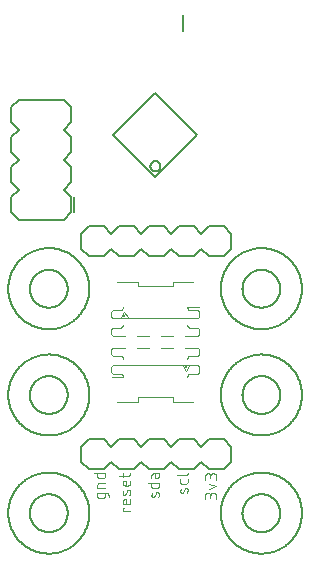
<source format=gbr>
G04 EAGLE Gerber RS-274X export*
G75*
%MOMM*%
%FSLAX34Y34*%
%LPD*%
%INSilkscreen Top*%
%IPPOS*%
%AMOC8*
5,1,8,0,0,1.08239X$1,22.5*%
G01*
%ADD10C,0.076200*%
%ADD11C,0.101600*%
%ADD12C,0.189600*%
%ADD13C,0.203200*%
%ADD14C,0.152400*%
%ADD15C,0.127000*%


D10*
X497459Y46863D02*
X497459Y44253D01*
X497457Y44176D01*
X497451Y44100D01*
X497442Y44023D01*
X497429Y43947D01*
X497412Y43872D01*
X497392Y43798D01*
X497367Y43725D01*
X497340Y43654D01*
X497309Y43583D01*
X497274Y43515D01*
X497236Y43448D01*
X497195Y43383D01*
X497151Y43320D01*
X497104Y43260D01*
X497053Y43201D01*
X497000Y43146D01*
X496945Y43093D01*
X496886Y43042D01*
X496826Y42995D01*
X496763Y42951D01*
X496698Y42910D01*
X496631Y42872D01*
X496563Y42837D01*
X496492Y42806D01*
X496421Y42779D01*
X496348Y42754D01*
X496274Y42734D01*
X496199Y42717D01*
X496123Y42704D01*
X496046Y42695D01*
X495970Y42689D01*
X495893Y42687D01*
X495893Y42686D02*
X492760Y42686D01*
X492760Y42687D02*
X492683Y42689D01*
X492607Y42695D01*
X492530Y42704D01*
X492454Y42717D01*
X492379Y42734D01*
X492305Y42754D01*
X492232Y42779D01*
X492161Y42806D01*
X492090Y42837D01*
X492022Y42872D01*
X491955Y42910D01*
X491890Y42951D01*
X491827Y42995D01*
X491767Y43042D01*
X491708Y43093D01*
X491653Y43146D01*
X491600Y43201D01*
X491549Y43260D01*
X491502Y43320D01*
X491458Y43383D01*
X491417Y43448D01*
X491379Y43515D01*
X491344Y43583D01*
X491313Y43654D01*
X491286Y43725D01*
X491261Y43798D01*
X491241Y43872D01*
X491224Y43947D01*
X491211Y44023D01*
X491202Y44100D01*
X491196Y44176D01*
X491194Y44253D01*
X491194Y46863D01*
X499025Y46863D01*
X499102Y46861D01*
X499178Y46855D01*
X499255Y46846D01*
X499331Y46833D01*
X499406Y46816D01*
X499480Y46796D01*
X499553Y46771D01*
X499624Y46744D01*
X499695Y46713D01*
X499763Y46678D01*
X499830Y46640D01*
X499895Y46599D01*
X499958Y46555D01*
X500018Y46508D01*
X500077Y46457D01*
X500132Y46404D01*
X500185Y46349D01*
X500236Y46290D01*
X500283Y46230D01*
X500327Y46167D01*
X500368Y46102D01*
X500406Y46035D01*
X500441Y45967D01*
X500472Y45896D01*
X500499Y45825D01*
X500524Y45752D01*
X500544Y45678D01*
X500561Y45603D01*
X500574Y45527D01*
X500583Y45450D01*
X500589Y45374D01*
X500591Y45297D01*
X500592Y45297D02*
X500592Y43208D01*
X497459Y51266D02*
X491194Y51266D01*
X491194Y53877D01*
X491196Y53954D01*
X491202Y54030D01*
X491211Y54107D01*
X491224Y54183D01*
X491241Y54258D01*
X491261Y54332D01*
X491286Y54405D01*
X491313Y54476D01*
X491344Y54547D01*
X491379Y54615D01*
X491417Y54682D01*
X491458Y54747D01*
X491502Y54810D01*
X491549Y54870D01*
X491600Y54929D01*
X491653Y54984D01*
X491708Y55037D01*
X491767Y55088D01*
X491827Y55135D01*
X491890Y55179D01*
X491955Y55220D01*
X492022Y55258D01*
X492090Y55293D01*
X492161Y55324D01*
X492232Y55351D01*
X492305Y55376D01*
X492379Y55396D01*
X492454Y55413D01*
X492530Y55426D01*
X492606Y55435D01*
X492683Y55441D01*
X492760Y55443D01*
X497459Y55443D01*
X497459Y63627D02*
X488061Y63627D01*
X497459Y63627D02*
X497459Y61016D01*
X497457Y60939D01*
X497451Y60863D01*
X497442Y60786D01*
X497429Y60710D01*
X497412Y60635D01*
X497392Y60561D01*
X497367Y60488D01*
X497340Y60417D01*
X497309Y60346D01*
X497274Y60278D01*
X497236Y60211D01*
X497195Y60146D01*
X497151Y60083D01*
X497104Y60023D01*
X497053Y59964D01*
X497000Y59909D01*
X496945Y59856D01*
X496886Y59805D01*
X496826Y59758D01*
X496763Y59714D01*
X496698Y59673D01*
X496631Y59635D01*
X496563Y59600D01*
X496492Y59569D01*
X496421Y59542D01*
X496348Y59517D01*
X496274Y59497D01*
X496199Y59480D01*
X496123Y59467D01*
X496046Y59458D01*
X495970Y59452D01*
X495893Y59450D01*
X492760Y59450D01*
X492683Y59452D01*
X492607Y59458D01*
X492530Y59467D01*
X492454Y59480D01*
X492379Y59497D01*
X492305Y59517D01*
X492232Y59542D01*
X492161Y59569D01*
X492090Y59600D01*
X492022Y59635D01*
X491955Y59673D01*
X491890Y59714D01*
X491827Y59758D01*
X491767Y59805D01*
X491708Y59856D01*
X491653Y59909D01*
X491600Y59964D01*
X491549Y60023D01*
X491502Y60083D01*
X491458Y60146D01*
X491417Y60211D01*
X491379Y60278D01*
X491344Y60346D01*
X491313Y60417D01*
X491286Y60488D01*
X491261Y60561D01*
X491241Y60635D01*
X491224Y60710D01*
X491211Y60786D01*
X491202Y60863D01*
X491196Y60939D01*
X491194Y61016D01*
X491194Y63627D01*
X512530Y31444D02*
X518795Y31444D01*
X512530Y31444D02*
X512530Y34577D01*
X513574Y34577D01*
X518795Y39055D02*
X518795Y41666D01*
X518795Y39055D02*
X518793Y38978D01*
X518787Y38902D01*
X518778Y38825D01*
X518765Y38749D01*
X518748Y38674D01*
X518728Y38600D01*
X518703Y38527D01*
X518676Y38456D01*
X518645Y38385D01*
X518610Y38317D01*
X518572Y38250D01*
X518531Y38185D01*
X518487Y38122D01*
X518440Y38062D01*
X518389Y38003D01*
X518336Y37948D01*
X518281Y37895D01*
X518222Y37844D01*
X518162Y37797D01*
X518099Y37753D01*
X518034Y37712D01*
X517967Y37674D01*
X517899Y37639D01*
X517828Y37608D01*
X517757Y37581D01*
X517684Y37556D01*
X517610Y37536D01*
X517535Y37519D01*
X517459Y37506D01*
X517382Y37497D01*
X517306Y37491D01*
X517229Y37489D01*
X514618Y37489D01*
X514528Y37491D01*
X514439Y37497D01*
X514349Y37506D01*
X514260Y37520D01*
X514172Y37537D01*
X514085Y37558D01*
X513998Y37583D01*
X513913Y37612D01*
X513829Y37644D01*
X513747Y37679D01*
X513666Y37719D01*
X513587Y37761D01*
X513510Y37807D01*
X513435Y37857D01*
X513362Y37909D01*
X513291Y37965D01*
X513223Y38023D01*
X513158Y38085D01*
X513095Y38149D01*
X513035Y38216D01*
X512978Y38285D01*
X512924Y38357D01*
X512873Y38431D01*
X512825Y38507D01*
X512781Y38585D01*
X512740Y38665D01*
X512702Y38747D01*
X512668Y38830D01*
X512638Y38915D01*
X512611Y39001D01*
X512588Y39087D01*
X512569Y39175D01*
X512554Y39264D01*
X512542Y39353D01*
X512534Y39442D01*
X512530Y39532D01*
X512530Y39622D01*
X512534Y39712D01*
X512542Y39801D01*
X512554Y39890D01*
X512569Y39979D01*
X512588Y40067D01*
X512611Y40153D01*
X512638Y40239D01*
X512668Y40324D01*
X512702Y40407D01*
X512740Y40489D01*
X512781Y40569D01*
X512825Y40647D01*
X512873Y40723D01*
X512924Y40797D01*
X512978Y40869D01*
X513035Y40938D01*
X513095Y41005D01*
X513158Y41069D01*
X513223Y41131D01*
X513291Y41189D01*
X513362Y41245D01*
X513435Y41297D01*
X513510Y41347D01*
X513587Y41393D01*
X513666Y41435D01*
X513747Y41475D01*
X513829Y41510D01*
X513913Y41542D01*
X513998Y41571D01*
X514085Y41596D01*
X514172Y41617D01*
X514260Y41634D01*
X514349Y41648D01*
X514439Y41657D01*
X514528Y41663D01*
X514618Y41665D01*
X514618Y41666D02*
X515662Y41666D01*
X515662Y37489D01*
X515140Y46197D02*
X516184Y48807D01*
X515140Y46196D02*
X515112Y46130D01*
X515079Y46065D01*
X515044Y46002D01*
X515005Y45941D01*
X514963Y45882D01*
X514918Y45826D01*
X514870Y45772D01*
X514819Y45721D01*
X514766Y45672D01*
X514709Y45627D01*
X514651Y45584D01*
X514591Y45545D01*
X514528Y45508D01*
X514463Y45476D01*
X514397Y45447D01*
X514330Y45421D01*
X514261Y45399D01*
X514191Y45381D01*
X514120Y45366D01*
X514049Y45355D01*
X513977Y45348D01*
X513905Y45345D01*
X513833Y45346D01*
X513760Y45351D01*
X513689Y45359D01*
X513617Y45371D01*
X513547Y45387D01*
X513478Y45407D01*
X513409Y45431D01*
X513342Y45458D01*
X513277Y45488D01*
X513213Y45522D01*
X513151Y45560D01*
X513091Y45600D01*
X513034Y45644D01*
X512979Y45691D01*
X512926Y45741D01*
X512877Y45793D01*
X512830Y45848D01*
X512786Y45905D01*
X512745Y45965D01*
X512708Y46027D01*
X512673Y46091D01*
X512643Y46156D01*
X512615Y46223D01*
X512592Y46291D01*
X512572Y46361D01*
X512556Y46431D01*
X512543Y46502D01*
X512535Y46574D01*
X512530Y46646D01*
X512529Y46718D01*
X512530Y46719D02*
X512534Y46870D01*
X512542Y47021D01*
X512553Y47172D01*
X512569Y47323D01*
X512589Y47473D01*
X512612Y47623D01*
X512639Y47772D01*
X512670Y47920D01*
X512705Y48068D01*
X512743Y48214D01*
X512786Y48360D01*
X512832Y48504D01*
X512881Y48647D01*
X512934Y48789D01*
X512991Y48929D01*
X513052Y49068D01*
X516184Y48807D02*
X516212Y48873D01*
X516245Y48938D01*
X516280Y49001D01*
X516319Y49062D01*
X516361Y49121D01*
X516406Y49177D01*
X516454Y49231D01*
X516505Y49282D01*
X516558Y49331D01*
X516615Y49377D01*
X516673Y49419D01*
X516733Y49458D01*
X516796Y49495D01*
X516861Y49527D01*
X516927Y49556D01*
X516994Y49582D01*
X517063Y49604D01*
X517133Y49622D01*
X517204Y49637D01*
X517275Y49648D01*
X517347Y49655D01*
X517419Y49658D01*
X517491Y49657D01*
X517564Y49652D01*
X517635Y49644D01*
X517707Y49632D01*
X517777Y49616D01*
X517846Y49596D01*
X517915Y49572D01*
X517982Y49545D01*
X518047Y49515D01*
X518111Y49481D01*
X518173Y49443D01*
X518233Y49403D01*
X518290Y49359D01*
X518345Y49312D01*
X518398Y49262D01*
X518447Y49210D01*
X518494Y49155D01*
X518538Y49098D01*
X518579Y49038D01*
X518616Y48976D01*
X518651Y48912D01*
X518681Y48847D01*
X518709Y48780D01*
X518732Y48712D01*
X518752Y48642D01*
X518768Y48572D01*
X518781Y48501D01*
X518789Y48429D01*
X518794Y48357D01*
X518795Y48285D01*
X518790Y48075D01*
X518779Y47866D01*
X518764Y47657D01*
X518744Y47449D01*
X518718Y47241D01*
X518688Y47034D01*
X518653Y46827D01*
X518613Y46622D01*
X518569Y46417D01*
X518519Y46214D01*
X518465Y46011D01*
X518405Y45810D01*
X518342Y45611D01*
X518273Y45413D01*
X518795Y54905D02*
X518795Y57515D01*
X518795Y54905D02*
X518793Y54828D01*
X518787Y54752D01*
X518778Y54675D01*
X518765Y54599D01*
X518748Y54524D01*
X518728Y54450D01*
X518703Y54377D01*
X518676Y54306D01*
X518645Y54235D01*
X518610Y54167D01*
X518572Y54100D01*
X518531Y54035D01*
X518487Y53972D01*
X518440Y53912D01*
X518389Y53853D01*
X518336Y53798D01*
X518281Y53745D01*
X518222Y53694D01*
X518162Y53647D01*
X518099Y53603D01*
X518034Y53562D01*
X517967Y53524D01*
X517899Y53489D01*
X517828Y53458D01*
X517757Y53431D01*
X517684Y53406D01*
X517610Y53386D01*
X517535Y53369D01*
X517459Y53356D01*
X517382Y53347D01*
X517306Y53341D01*
X517229Y53339D01*
X517229Y53338D02*
X514618Y53338D01*
X514618Y53339D02*
X514528Y53341D01*
X514439Y53347D01*
X514349Y53356D01*
X514260Y53370D01*
X514172Y53387D01*
X514085Y53408D01*
X513998Y53433D01*
X513913Y53462D01*
X513829Y53494D01*
X513747Y53529D01*
X513666Y53569D01*
X513587Y53611D01*
X513510Y53657D01*
X513435Y53707D01*
X513362Y53759D01*
X513291Y53815D01*
X513223Y53873D01*
X513158Y53935D01*
X513095Y53999D01*
X513035Y54066D01*
X512978Y54135D01*
X512924Y54207D01*
X512873Y54281D01*
X512825Y54357D01*
X512781Y54435D01*
X512740Y54515D01*
X512702Y54597D01*
X512668Y54680D01*
X512638Y54765D01*
X512611Y54851D01*
X512588Y54937D01*
X512569Y55025D01*
X512554Y55114D01*
X512542Y55203D01*
X512534Y55292D01*
X512530Y55382D01*
X512530Y55472D01*
X512534Y55562D01*
X512542Y55651D01*
X512554Y55740D01*
X512569Y55829D01*
X512588Y55917D01*
X512611Y56003D01*
X512638Y56089D01*
X512668Y56174D01*
X512702Y56257D01*
X512740Y56339D01*
X512781Y56419D01*
X512825Y56497D01*
X512873Y56573D01*
X512924Y56647D01*
X512978Y56719D01*
X513035Y56788D01*
X513095Y56855D01*
X513158Y56919D01*
X513223Y56981D01*
X513291Y57039D01*
X513362Y57095D01*
X513435Y57147D01*
X513510Y57197D01*
X513587Y57243D01*
X513666Y57285D01*
X513747Y57325D01*
X513829Y57360D01*
X513913Y57392D01*
X513998Y57421D01*
X514085Y57446D01*
X514172Y57467D01*
X514260Y57484D01*
X514349Y57498D01*
X514439Y57507D01*
X514528Y57513D01*
X514618Y57515D01*
X515662Y57515D01*
X515662Y53338D01*
X512530Y60494D02*
X512530Y63627D01*
X509397Y61539D02*
X517229Y61539D01*
X517306Y61541D01*
X517382Y61547D01*
X517459Y61556D01*
X517535Y61569D01*
X517610Y61586D01*
X517684Y61606D01*
X517757Y61631D01*
X517828Y61658D01*
X517899Y61689D01*
X517967Y61724D01*
X518034Y61762D01*
X518099Y61803D01*
X518162Y61847D01*
X518222Y61894D01*
X518281Y61945D01*
X518336Y61998D01*
X518389Y62053D01*
X518440Y62112D01*
X518487Y62172D01*
X518531Y62235D01*
X518572Y62300D01*
X518610Y62367D01*
X518645Y62435D01*
X518676Y62506D01*
X518703Y62577D01*
X518728Y62650D01*
X518748Y62724D01*
X518765Y62799D01*
X518778Y62875D01*
X518787Y62952D01*
X518793Y63028D01*
X518795Y63105D01*
X518795Y63627D01*
X540568Y46735D02*
X539524Y44125D01*
X539524Y44124D02*
X539496Y44058D01*
X539463Y43993D01*
X539428Y43930D01*
X539389Y43869D01*
X539347Y43810D01*
X539302Y43754D01*
X539254Y43700D01*
X539203Y43649D01*
X539150Y43600D01*
X539093Y43555D01*
X539035Y43512D01*
X538975Y43473D01*
X538912Y43436D01*
X538847Y43404D01*
X538781Y43375D01*
X538714Y43349D01*
X538645Y43327D01*
X538575Y43309D01*
X538504Y43294D01*
X538433Y43283D01*
X538361Y43276D01*
X538289Y43273D01*
X538217Y43274D01*
X538144Y43279D01*
X538073Y43287D01*
X538001Y43299D01*
X537931Y43315D01*
X537862Y43335D01*
X537793Y43359D01*
X537726Y43386D01*
X537661Y43416D01*
X537597Y43450D01*
X537535Y43488D01*
X537475Y43528D01*
X537418Y43572D01*
X537363Y43619D01*
X537310Y43669D01*
X537261Y43721D01*
X537214Y43776D01*
X537170Y43833D01*
X537129Y43893D01*
X537092Y43955D01*
X537057Y44019D01*
X537027Y44084D01*
X536999Y44151D01*
X536976Y44219D01*
X536956Y44289D01*
X536940Y44359D01*
X536927Y44430D01*
X536919Y44502D01*
X536914Y44574D01*
X536913Y44646D01*
X536914Y44647D02*
X536918Y44798D01*
X536926Y44949D01*
X536937Y45100D01*
X536953Y45251D01*
X536973Y45401D01*
X536996Y45551D01*
X537023Y45700D01*
X537054Y45848D01*
X537089Y45996D01*
X537127Y46142D01*
X537170Y46288D01*
X537216Y46432D01*
X537265Y46575D01*
X537318Y46717D01*
X537375Y46857D01*
X537436Y46996D01*
X540568Y46735D02*
X540596Y46801D01*
X540629Y46866D01*
X540664Y46929D01*
X540703Y46990D01*
X540745Y47049D01*
X540790Y47105D01*
X540838Y47159D01*
X540889Y47210D01*
X540942Y47259D01*
X540999Y47305D01*
X541057Y47347D01*
X541117Y47386D01*
X541180Y47423D01*
X541245Y47455D01*
X541311Y47484D01*
X541378Y47510D01*
X541447Y47532D01*
X541517Y47550D01*
X541588Y47565D01*
X541659Y47576D01*
X541731Y47583D01*
X541803Y47586D01*
X541875Y47585D01*
X541948Y47580D01*
X542019Y47572D01*
X542091Y47560D01*
X542161Y47544D01*
X542230Y47524D01*
X542299Y47500D01*
X542366Y47473D01*
X542431Y47443D01*
X542495Y47409D01*
X542557Y47371D01*
X542617Y47331D01*
X542674Y47287D01*
X542729Y47240D01*
X542782Y47190D01*
X542831Y47138D01*
X542878Y47083D01*
X542922Y47026D01*
X542963Y46966D01*
X543000Y46904D01*
X543035Y46840D01*
X543065Y46775D01*
X543093Y46708D01*
X543116Y46640D01*
X543136Y46570D01*
X543152Y46500D01*
X543165Y46429D01*
X543173Y46357D01*
X543178Y46285D01*
X543179Y46213D01*
X543174Y46003D01*
X543163Y45794D01*
X543148Y45585D01*
X543128Y45377D01*
X543102Y45169D01*
X543072Y44962D01*
X543037Y44755D01*
X542997Y44550D01*
X542953Y44345D01*
X542903Y44142D01*
X542849Y43939D01*
X542789Y43738D01*
X542726Y43539D01*
X542657Y43341D01*
X543179Y55397D02*
X533781Y55397D01*
X543179Y55397D02*
X543179Y52787D01*
X543177Y52710D01*
X543171Y52634D01*
X543162Y52557D01*
X543149Y52481D01*
X543132Y52406D01*
X543112Y52332D01*
X543087Y52259D01*
X543060Y52188D01*
X543029Y52117D01*
X542994Y52049D01*
X542956Y51982D01*
X542915Y51917D01*
X542871Y51854D01*
X542824Y51794D01*
X542773Y51735D01*
X542720Y51680D01*
X542665Y51627D01*
X542606Y51576D01*
X542546Y51529D01*
X542483Y51485D01*
X542418Y51444D01*
X542351Y51406D01*
X542283Y51371D01*
X542212Y51340D01*
X542141Y51313D01*
X542068Y51288D01*
X541994Y51268D01*
X541919Y51251D01*
X541843Y51238D01*
X541766Y51229D01*
X541690Y51223D01*
X541613Y51221D01*
X538480Y51221D01*
X538403Y51223D01*
X538327Y51229D01*
X538250Y51238D01*
X538174Y51251D01*
X538099Y51268D01*
X538025Y51288D01*
X537952Y51313D01*
X537881Y51340D01*
X537810Y51371D01*
X537742Y51406D01*
X537675Y51444D01*
X537610Y51485D01*
X537547Y51529D01*
X537487Y51576D01*
X537428Y51627D01*
X537373Y51680D01*
X537320Y51735D01*
X537269Y51794D01*
X537222Y51854D01*
X537178Y51917D01*
X537137Y51982D01*
X537099Y52049D01*
X537064Y52117D01*
X537033Y52188D01*
X537006Y52259D01*
X536981Y52332D01*
X536961Y52406D01*
X536944Y52481D01*
X536931Y52557D01*
X536922Y52634D01*
X536916Y52710D01*
X536914Y52787D01*
X536914Y55397D01*
X539524Y61278D02*
X539524Y63627D01*
X539525Y61278D02*
X539527Y61194D01*
X539533Y61109D01*
X539543Y61026D01*
X539556Y60942D01*
X539574Y60860D01*
X539595Y60778D01*
X539620Y60697D01*
X539648Y60618D01*
X539681Y60540D01*
X539717Y60464D01*
X539756Y60389D01*
X539799Y60316D01*
X539845Y60245D01*
X539894Y60177D01*
X539946Y60111D01*
X540002Y60047D01*
X540060Y59986D01*
X540121Y59928D01*
X540185Y59872D01*
X540251Y59820D01*
X540319Y59771D01*
X540390Y59725D01*
X540463Y59682D01*
X540538Y59643D01*
X540614Y59607D01*
X540692Y59574D01*
X540771Y59546D01*
X540852Y59521D01*
X540934Y59500D01*
X541016Y59482D01*
X541100Y59469D01*
X541183Y59459D01*
X541268Y59453D01*
X541352Y59451D01*
X541436Y59453D01*
X541521Y59459D01*
X541604Y59469D01*
X541688Y59482D01*
X541770Y59500D01*
X541852Y59521D01*
X541933Y59546D01*
X542012Y59574D01*
X542090Y59607D01*
X542166Y59643D01*
X542241Y59682D01*
X542314Y59725D01*
X542385Y59771D01*
X542453Y59820D01*
X542519Y59872D01*
X542583Y59928D01*
X542644Y59986D01*
X542702Y60047D01*
X542758Y60111D01*
X542810Y60177D01*
X542859Y60245D01*
X542905Y60316D01*
X542948Y60389D01*
X542987Y60464D01*
X543023Y60540D01*
X543056Y60618D01*
X543084Y60697D01*
X543109Y60778D01*
X543130Y60860D01*
X543148Y60942D01*
X543161Y61026D01*
X543171Y61109D01*
X543177Y61194D01*
X543179Y61278D01*
X543179Y63627D01*
X538480Y63627D01*
X538403Y63625D01*
X538327Y63619D01*
X538250Y63610D01*
X538174Y63597D01*
X538099Y63580D01*
X538025Y63560D01*
X537952Y63535D01*
X537881Y63508D01*
X537810Y63477D01*
X537742Y63442D01*
X537675Y63404D01*
X537610Y63363D01*
X537547Y63319D01*
X537487Y63272D01*
X537428Y63221D01*
X537373Y63168D01*
X537320Y63113D01*
X537269Y63054D01*
X537222Y62994D01*
X537178Y62931D01*
X537137Y62866D01*
X537099Y62799D01*
X537064Y62731D01*
X537033Y62660D01*
X537006Y62589D01*
X536981Y62516D01*
X536961Y62442D01*
X536944Y62367D01*
X536931Y62291D01*
X536922Y62214D01*
X536916Y62138D01*
X536914Y62061D01*
X536914Y59972D01*
X563908Y47783D02*
X564952Y50394D01*
X563908Y47783D02*
X563880Y47717D01*
X563847Y47652D01*
X563812Y47589D01*
X563773Y47528D01*
X563731Y47469D01*
X563686Y47413D01*
X563638Y47359D01*
X563587Y47308D01*
X563534Y47259D01*
X563477Y47214D01*
X563419Y47171D01*
X563359Y47132D01*
X563296Y47095D01*
X563231Y47063D01*
X563165Y47034D01*
X563098Y47008D01*
X563029Y46986D01*
X562959Y46968D01*
X562888Y46953D01*
X562817Y46942D01*
X562745Y46935D01*
X562673Y46932D01*
X562601Y46933D01*
X562528Y46938D01*
X562457Y46946D01*
X562385Y46958D01*
X562315Y46974D01*
X562246Y46994D01*
X562177Y47018D01*
X562110Y47045D01*
X562045Y47075D01*
X561981Y47109D01*
X561919Y47147D01*
X561859Y47187D01*
X561802Y47231D01*
X561747Y47278D01*
X561694Y47328D01*
X561645Y47380D01*
X561598Y47435D01*
X561554Y47492D01*
X561513Y47552D01*
X561476Y47614D01*
X561441Y47678D01*
X561411Y47743D01*
X561383Y47810D01*
X561360Y47878D01*
X561340Y47948D01*
X561324Y48018D01*
X561311Y48089D01*
X561303Y48161D01*
X561298Y48233D01*
X561297Y48305D01*
X561298Y48306D02*
X561302Y48457D01*
X561310Y48608D01*
X561321Y48759D01*
X561337Y48910D01*
X561357Y49060D01*
X561380Y49210D01*
X561407Y49359D01*
X561438Y49507D01*
X561473Y49655D01*
X561511Y49801D01*
X561554Y49947D01*
X561600Y50091D01*
X561649Y50234D01*
X561702Y50376D01*
X561759Y50516D01*
X561820Y50655D01*
X564952Y50394D02*
X564980Y50460D01*
X565013Y50525D01*
X565048Y50588D01*
X565087Y50649D01*
X565129Y50708D01*
X565174Y50764D01*
X565222Y50818D01*
X565273Y50869D01*
X565326Y50918D01*
X565383Y50964D01*
X565441Y51006D01*
X565501Y51045D01*
X565564Y51082D01*
X565629Y51114D01*
X565695Y51143D01*
X565762Y51169D01*
X565831Y51191D01*
X565901Y51209D01*
X565972Y51224D01*
X566043Y51235D01*
X566115Y51242D01*
X566187Y51245D01*
X566259Y51244D01*
X566332Y51239D01*
X566403Y51231D01*
X566475Y51219D01*
X566545Y51203D01*
X566614Y51183D01*
X566683Y51159D01*
X566750Y51132D01*
X566815Y51102D01*
X566879Y51068D01*
X566941Y51030D01*
X567001Y50990D01*
X567058Y50946D01*
X567113Y50899D01*
X567166Y50849D01*
X567215Y50797D01*
X567262Y50742D01*
X567306Y50685D01*
X567347Y50625D01*
X567384Y50563D01*
X567419Y50499D01*
X567449Y50434D01*
X567477Y50367D01*
X567500Y50299D01*
X567520Y50229D01*
X567536Y50159D01*
X567549Y50088D01*
X567557Y50016D01*
X567562Y49944D01*
X567563Y49872D01*
X567558Y49662D01*
X567547Y49453D01*
X567532Y49244D01*
X567512Y49036D01*
X567486Y48828D01*
X567456Y48621D01*
X567421Y48414D01*
X567381Y48209D01*
X567337Y48004D01*
X567287Y47801D01*
X567233Y47598D01*
X567173Y47397D01*
X567110Y47198D01*
X567041Y47000D01*
X567563Y56502D02*
X567563Y58590D01*
X567563Y56502D02*
X567561Y56425D01*
X567555Y56349D01*
X567546Y56272D01*
X567533Y56196D01*
X567516Y56121D01*
X567496Y56047D01*
X567471Y55974D01*
X567444Y55903D01*
X567413Y55832D01*
X567378Y55764D01*
X567340Y55697D01*
X567299Y55632D01*
X567255Y55569D01*
X567208Y55509D01*
X567157Y55450D01*
X567104Y55395D01*
X567049Y55342D01*
X566990Y55291D01*
X566930Y55244D01*
X566867Y55200D01*
X566802Y55159D01*
X566735Y55121D01*
X566667Y55086D01*
X566596Y55055D01*
X566525Y55028D01*
X566452Y55003D01*
X566378Y54983D01*
X566303Y54966D01*
X566227Y54953D01*
X566150Y54944D01*
X566074Y54938D01*
X565997Y54936D01*
X565997Y54935D02*
X562864Y54935D01*
X562864Y54936D02*
X562787Y54938D01*
X562711Y54944D01*
X562634Y54953D01*
X562558Y54966D01*
X562483Y54983D01*
X562409Y55003D01*
X562336Y55028D01*
X562265Y55055D01*
X562194Y55086D01*
X562126Y55121D01*
X562059Y55159D01*
X561994Y55200D01*
X561931Y55244D01*
X561871Y55291D01*
X561812Y55342D01*
X561757Y55395D01*
X561704Y55450D01*
X561653Y55509D01*
X561606Y55569D01*
X561562Y55632D01*
X561521Y55697D01*
X561483Y55764D01*
X561448Y55832D01*
X561417Y55903D01*
X561390Y55974D01*
X561365Y56047D01*
X561345Y56121D01*
X561328Y56196D01*
X561315Y56272D01*
X561306Y56349D01*
X561300Y56425D01*
X561298Y56502D01*
X561298Y58590D01*
X558165Y62061D02*
X565997Y62061D01*
X566074Y62063D01*
X566150Y62069D01*
X566227Y62078D01*
X566303Y62091D01*
X566378Y62108D01*
X566452Y62128D01*
X566525Y62153D01*
X566596Y62180D01*
X566667Y62211D01*
X566735Y62246D01*
X566802Y62284D01*
X566867Y62325D01*
X566930Y62369D01*
X566990Y62416D01*
X567049Y62467D01*
X567104Y62520D01*
X567157Y62575D01*
X567208Y62634D01*
X567255Y62694D01*
X567299Y62757D01*
X567340Y62822D01*
X567378Y62889D01*
X567413Y62957D01*
X567444Y63028D01*
X567471Y63099D01*
X567496Y63172D01*
X567516Y63246D01*
X567533Y63321D01*
X567546Y63397D01*
X567555Y63474D01*
X567561Y63550D01*
X567563Y63627D01*
X591947Y44557D02*
X591947Y41947D01*
X591947Y44557D02*
X591945Y44658D01*
X591939Y44759D01*
X591929Y44860D01*
X591916Y44960D01*
X591898Y45060D01*
X591877Y45159D01*
X591851Y45257D01*
X591822Y45354D01*
X591790Y45450D01*
X591753Y45544D01*
X591713Y45637D01*
X591669Y45729D01*
X591622Y45818D01*
X591571Y45906D01*
X591517Y45992D01*
X591460Y46075D01*
X591400Y46157D01*
X591336Y46235D01*
X591270Y46312D01*
X591200Y46385D01*
X591128Y46456D01*
X591053Y46524D01*
X590975Y46589D01*
X590895Y46651D01*
X590813Y46710D01*
X590728Y46766D01*
X590642Y46818D01*
X590553Y46867D01*
X590462Y46913D01*
X590370Y46954D01*
X590276Y46993D01*
X590181Y47027D01*
X590085Y47058D01*
X589987Y47085D01*
X589889Y47109D01*
X589789Y47128D01*
X589689Y47144D01*
X589589Y47156D01*
X589488Y47164D01*
X589387Y47168D01*
X589285Y47168D01*
X589184Y47164D01*
X589083Y47156D01*
X588983Y47144D01*
X588883Y47128D01*
X588783Y47109D01*
X588685Y47085D01*
X588587Y47058D01*
X588491Y47027D01*
X588396Y46993D01*
X588302Y46954D01*
X588210Y46913D01*
X588119Y46867D01*
X588031Y46818D01*
X587944Y46766D01*
X587859Y46710D01*
X587777Y46651D01*
X587697Y46589D01*
X587619Y46524D01*
X587544Y46456D01*
X587472Y46385D01*
X587402Y46312D01*
X587336Y46235D01*
X587272Y46157D01*
X587212Y46075D01*
X587155Y45992D01*
X587101Y45906D01*
X587050Y45818D01*
X587003Y45729D01*
X586959Y45637D01*
X586919Y45544D01*
X586882Y45450D01*
X586850Y45354D01*
X586821Y45257D01*
X586795Y45159D01*
X586774Y45060D01*
X586756Y44960D01*
X586743Y44860D01*
X586733Y44759D01*
X586727Y44658D01*
X586725Y44557D01*
X582549Y45079D02*
X582549Y41947D01*
X582549Y45079D02*
X582551Y45169D01*
X582557Y45258D01*
X582566Y45348D01*
X582580Y45437D01*
X582597Y45525D01*
X582618Y45612D01*
X582643Y45699D01*
X582672Y45784D01*
X582704Y45868D01*
X582739Y45950D01*
X582779Y46031D01*
X582821Y46110D01*
X582867Y46187D01*
X582917Y46262D01*
X582969Y46335D01*
X583025Y46406D01*
X583083Y46474D01*
X583145Y46539D01*
X583209Y46602D01*
X583276Y46662D01*
X583345Y46719D01*
X583417Y46773D01*
X583491Y46824D01*
X583567Y46872D01*
X583645Y46916D01*
X583725Y46957D01*
X583807Y46995D01*
X583890Y47029D01*
X583975Y47059D01*
X584061Y47086D01*
X584147Y47109D01*
X584235Y47128D01*
X584324Y47143D01*
X584413Y47155D01*
X584502Y47163D01*
X584592Y47167D01*
X584682Y47167D01*
X584772Y47163D01*
X584861Y47155D01*
X584950Y47143D01*
X585039Y47128D01*
X585127Y47109D01*
X585213Y47086D01*
X585299Y47059D01*
X585384Y47029D01*
X585467Y46995D01*
X585549Y46957D01*
X585629Y46916D01*
X585707Y46872D01*
X585783Y46824D01*
X585857Y46773D01*
X585929Y46719D01*
X585998Y46662D01*
X586065Y46602D01*
X586129Y46539D01*
X586191Y46474D01*
X586249Y46406D01*
X586305Y46335D01*
X586357Y46262D01*
X586407Y46187D01*
X586453Y46110D01*
X586495Y46031D01*
X586535Y45950D01*
X586570Y45868D01*
X586602Y45784D01*
X586631Y45699D01*
X586656Y45612D01*
X586677Y45525D01*
X586694Y45437D01*
X586708Y45348D01*
X586717Y45258D01*
X586723Y45169D01*
X586725Y45079D01*
X586726Y45079D02*
X586726Y42991D01*
X585682Y50698D02*
X591947Y52787D01*
X585682Y54875D01*
X591947Y58406D02*
X591947Y61016D01*
X591945Y61117D01*
X591939Y61218D01*
X591929Y61319D01*
X591916Y61419D01*
X591898Y61519D01*
X591877Y61618D01*
X591851Y61716D01*
X591822Y61813D01*
X591790Y61909D01*
X591753Y62003D01*
X591713Y62096D01*
X591669Y62188D01*
X591622Y62277D01*
X591571Y62365D01*
X591517Y62451D01*
X591460Y62534D01*
X591400Y62616D01*
X591336Y62694D01*
X591270Y62771D01*
X591200Y62844D01*
X591128Y62915D01*
X591053Y62983D01*
X590975Y63048D01*
X590895Y63110D01*
X590813Y63169D01*
X590728Y63225D01*
X590642Y63277D01*
X590553Y63326D01*
X590462Y63372D01*
X590370Y63413D01*
X590276Y63452D01*
X590181Y63486D01*
X590085Y63517D01*
X589987Y63544D01*
X589889Y63568D01*
X589789Y63587D01*
X589689Y63603D01*
X589589Y63615D01*
X589488Y63623D01*
X589387Y63627D01*
X589285Y63627D01*
X589184Y63623D01*
X589083Y63615D01*
X588983Y63603D01*
X588883Y63587D01*
X588783Y63568D01*
X588685Y63544D01*
X588587Y63517D01*
X588491Y63486D01*
X588396Y63452D01*
X588302Y63413D01*
X588210Y63372D01*
X588119Y63326D01*
X588031Y63277D01*
X587944Y63225D01*
X587859Y63169D01*
X587777Y63110D01*
X587697Y63048D01*
X587619Y62983D01*
X587544Y62915D01*
X587472Y62844D01*
X587402Y62771D01*
X587336Y62694D01*
X587272Y62616D01*
X587212Y62534D01*
X587155Y62451D01*
X587101Y62365D01*
X587050Y62277D01*
X587003Y62188D01*
X586959Y62096D01*
X586919Y62003D01*
X586882Y61909D01*
X586850Y61813D01*
X586821Y61716D01*
X586795Y61618D01*
X586774Y61519D01*
X586756Y61419D01*
X586743Y61319D01*
X586733Y61218D01*
X586727Y61117D01*
X586725Y61016D01*
X582549Y61539D02*
X582549Y58406D01*
X582549Y61539D02*
X582551Y61629D01*
X582557Y61718D01*
X582566Y61808D01*
X582580Y61897D01*
X582597Y61985D01*
X582618Y62072D01*
X582643Y62159D01*
X582672Y62244D01*
X582704Y62328D01*
X582739Y62410D01*
X582779Y62491D01*
X582821Y62570D01*
X582867Y62647D01*
X582917Y62722D01*
X582969Y62795D01*
X583025Y62866D01*
X583083Y62934D01*
X583145Y62999D01*
X583209Y63062D01*
X583276Y63122D01*
X583345Y63179D01*
X583417Y63233D01*
X583491Y63284D01*
X583567Y63332D01*
X583645Y63376D01*
X583725Y63417D01*
X583807Y63455D01*
X583890Y63489D01*
X583975Y63519D01*
X584061Y63546D01*
X584147Y63569D01*
X584235Y63588D01*
X584324Y63603D01*
X584413Y63615D01*
X584502Y63623D01*
X584592Y63627D01*
X584682Y63627D01*
X584772Y63623D01*
X584861Y63615D01*
X584950Y63603D01*
X585039Y63588D01*
X585127Y63569D01*
X585213Y63546D01*
X585299Y63519D01*
X585384Y63489D01*
X585467Y63455D01*
X585549Y63417D01*
X585629Y63376D01*
X585707Y63332D01*
X585783Y63284D01*
X585857Y63233D01*
X585929Y63179D01*
X585998Y63122D01*
X586065Y63062D01*
X586129Y62999D01*
X586191Y62934D01*
X586249Y62866D01*
X586305Y62795D01*
X586357Y62722D01*
X586407Y62647D01*
X586453Y62570D01*
X586495Y62491D01*
X586535Y62410D01*
X586570Y62328D01*
X586602Y62244D01*
X586631Y62159D01*
X586656Y62072D01*
X586677Y61985D01*
X586694Y61897D01*
X586708Y61808D01*
X586717Y61718D01*
X586723Y61629D01*
X586725Y61539D01*
X586726Y61539D02*
X586726Y59450D01*
D11*
X576000Y195050D02*
X577351Y196351D01*
X577351Y200615D01*
X575976Y201990D01*
X569057Y201990D01*
X568986Y201992D01*
X568915Y201998D01*
X568844Y202008D01*
X568774Y202022D01*
X568705Y202039D01*
X568637Y202061D01*
X568571Y202086D01*
X568506Y202115D01*
X568442Y202147D01*
X568381Y202183D01*
X568321Y202222D01*
X568264Y202265D01*
X568209Y202310D01*
X568157Y202359D01*
X568108Y202410D01*
X568062Y202464D01*
X567991Y202554D01*
X567923Y202648D01*
X567858Y202743D01*
X567796Y202841D01*
X567738Y202940D01*
X567683Y203042D01*
X567632Y203145D01*
X567584Y203250D01*
X567540Y203357D01*
X567499Y203465D01*
X567463Y203574D01*
X567430Y203685D01*
X567400Y203796D01*
X567375Y203909D01*
X567353Y204022D01*
X567336Y204136D01*
X567322Y204251D01*
X567312Y204366D01*
X567306Y204481D01*
X567304Y204597D01*
X576829Y204597D01*
X571901Y225591D02*
X554793Y225591D01*
X554793Y222131D01*
X576000Y195050D02*
X504000Y195050D01*
X502649Y196351D01*
X502649Y200615D01*
X504024Y201990D01*
X510943Y201990D01*
X511014Y201992D01*
X511085Y201998D01*
X511156Y202008D01*
X511226Y202022D01*
X511295Y202039D01*
X511363Y202061D01*
X511429Y202086D01*
X511494Y202115D01*
X511558Y202147D01*
X511619Y202183D01*
X511679Y202222D01*
X511736Y202265D01*
X511791Y202310D01*
X511843Y202359D01*
X511892Y202410D01*
X511938Y202464D01*
X512009Y202554D01*
X512077Y202648D01*
X512142Y202743D01*
X512204Y202841D01*
X512262Y202940D01*
X512317Y203042D01*
X512368Y203145D01*
X512416Y203250D01*
X512460Y203357D01*
X512501Y203465D01*
X512537Y203574D01*
X512570Y203685D01*
X512600Y203796D01*
X512625Y203909D01*
X512647Y204022D01*
X512664Y204136D01*
X512678Y204251D01*
X512688Y204366D01*
X512694Y204481D01*
X512696Y204597D01*
X508099Y225591D02*
X525207Y225591D01*
X525207Y225380D02*
X525207Y222131D01*
X554793Y222131D01*
X513833Y199953D02*
X511274Y195593D01*
X513833Y199953D02*
X516677Y195593D01*
X576000Y180050D02*
X577351Y181351D01*
X577351Y185615D01*
X576000Y180050D02*
X565500Y180050D01*
X555500Y180050D02*
X545000Y180050D01*
X535000Y180050D02*
X524500Y180050D01*
X514500Y180050D02*
X504000Y180050D01*
X502649Y181351D01*
X502649Y185615D01*
X504024Y186990D01*
X575976Y186990D02*
X577351Y185615D01*
X575976Y186990D02*
X569057Y186990D01*
X510943Y186990D02*
X504024Y186990D01*
X511938Y187464D02*
X512009Y187554D01*
X512077Y187648D01*
X512142Y187743D01*
X512204Y187841D01*
X512262Y187940D01*
X512317Y188042D01*
X512368Y188145D01*
X512416Y188250D01*
X512460Y188357D01*
X512501Y188465D01*
X512537Y188574D01*
X512570Y188685D01*
X512600Y188796D01*
X512625Y188909D01*
X512647Y189022D01*
X512664Y189136D01*
X512678Y189251D01*
X512688Y189366D01*
X512694Y189481D01*
X512696Y189597D01*
X567304Y189597D02*
X567306Y189481D01*
X567312Y189366D01*
X567322Y189251D01*
X567336Y189136D01*
X567353Y189022D01*
X567375Y188909D01*
X567400Y188796D01*
X567430Y188685D01*
X567463Y188574D01*
X567499Y188465D01*
X567540Y188357D01*
X567584Y188250D01*
X567632Y188145D01*
X567683Y188042D01*
X567738Y187940D01*
X567796Y187841D01*
X567858Y187743D01*
X567923Y187648D01*
X567991Y187554D01*
X568062Y187464D01*
X568108Y187410D01*
X568157Y187359D01*
X568209Y187310D01*
X568264Y187265D01*
X568321Y187222D01*
X568381Y187183D01*
X568442Y187147D01*
X568506Y187115D01*
X568571Y187086D01*
X568637Y187061D01*
X568705Y187039D01*
X568774Y187022D01*
X568844Y187008D01*
X568915Y186998D01*
X568986Y186992D01*
X569057Y186990D01*
X511938Y187464D02*
X511892Y187410D01*
X511843Y187359D01*
X511791Y187310D01*
X511736Y187265D01*
X511679Y187222D01*
X511619Y187183D01*
X511558Y187147D01*
X511494Y187115D01*
X511429Y187086D01*
X511363Y187061D01*
X511295Y187039D01*
X511226Y187022D01*
X511156Y187008D01*
X511085Y186998D01*
X511014Y186992D01*
X510943Y186990D01*
D12*
X513833Y196588D03*
D13*
X559850Y272700D02*
X572550Y272700D01*
X578900Y266350D01*
X578900Y253650D02*
X572550Y247300D01*
X578900Y266350D02*
X585250Y272700D01*
X597950Y272700D01*
X604300Y266350D01*
X604300Y253650D02*
X597950Y247300D01*
X585250Y247300D01*
X578900Y253650D01*
X534450Y272700D02*
X528100Y266350D01*
X534450Y272700D02*
X547150Y272700D01*
X553500Y266350D01*
X553500Y253650D02*
X547150Y247300D01*
X534450Y247300D01*
X528100Y253650D01*
X553500Y266350D02*
X559850Y272700D01*
X553500Y253650D02*
X559850Y247300D01*
X572550Y247300D01*
X496350Y272700D02*
X483650Y272700D01*
X496350Y272700D02*
X502700Y266350D01*
X502700Y253650D02*
X496350Y247300D01*
X502700Y266350D02*
X509050Y272700D01*
X521750Y272700D01*
X528100Y266350D01*
X528100Y253650D02*
X521750Y247300D01*
X509050Y247300D01*
X502700Y253650D01*
X477300Y253650D02*
X477300Y266350D01*
X483650Y272700D01*
X477300Y253650D02*
X483650Y247300D01*
X496350Y247300D01*
X604300Y253650D02*
X604300Y266350D01*
D14*
X415710Y220000D02*
X415720Y220842D01*
X415751Y221683D01*
X415803Y222523D01*
X415875Y223361D01*
X415968Y224197D01*
X416081Y225031D01*
X416215Y225862D01*
X416369Y226690D01*
X416543Y227513D01*
X416738Y228332D01*
X416952Y229146D01*
X417187Y229954D01*
X417441Y230756D01*
X417714Y231552D01*
X418008Y232341D01*
X418320Y233122D01*
X418652Y233896D01*
X419002Y234661D01*
X419371Y235417D01*
X419759Y236164D01*
X420165Y236901D01*
X420588Y237629D01*
X421030Y238345D01*
X421489Y239051D01*
X421965Y239744D01*
X422458Y240427D01*
X422968Y241096D01*
X423493Y241753D01*
X424035Y242397D01*
X424593Y243028D01*
X425166Y243644D01*
X425753Y244247D01*
X426356Y244834D01*
X426972Y245407D01*
X427603Y245965D01*
X428247Y246507D01*
X428904Y247032D01*
X429573Y247542D01*
X430256Y248035D01*
X430949Y248511D01*
X431655Y248970D01*
X432371Y249412D01*
X433099Y249835D01*
X433836Y250241D01*
X434583Y250629D01*
X435339Y250998D01*
X436104Y251348D01*
X436878Y251680D01*
X437659Y251992D01*
X438448Y252286D01*
X439244Y252559D01*
X440046Y252813D01*
X440854Y253048D01*
X441668Y253262D01*
X442487Y253457D01*
X443310Y253631D01*
X444138Y253785D01*
X444969Y253919D01*
X445803Y254032D01*
X446639Y254125D01*
X447477Y254197D01*
X448317Y254249D01*
X449158Y254280D01*
X450000Y254290D01*
X450842Y254280D01*
X451683Y254249D01*
X452523Y254197D01*
X453361Y254125D01*
X454197Y254032D01*
X455031Y253919D01*
X455862Y253785D01*
X456690Y253631D01*
X457513Y253457D01*
X458332Y253262D01*
X459146Y253048D01*
X459954Y252813D01*
X460756Y252559D01*
X461552Y252286D01*
X462341Y251992D01*
X463122Y251680D01*
X463896Y251348D01*
X464661Y250998D01*
X465417Y250629D01*
X466164Y250241D01*
X466901Y249835D01*
X467629Y249412D01*
X468345Y248970D01*
X469051Y248511D01*
X469744Y248035D01*
X470427Y247542D01*
X471096Y247032D01*
X471753Y246507D01*
X472397Y245965D01*
X473028Y245407D01*
X473644Y244834D01*
X474247Y244247D01*
X474834Y243644D01*
X475407Y243028D01*
X475965Y242397D01*
X476507Y241753D01*
X477032Y241096D01*
X477542Y240427D01*
X478035Y239744D01*
X478511Y239051D01*
X478970Y238345D01*
X479412Y237629D01*
X479835Y236901D01*
X480241Y236164D01*
X480629Y235417D01*
X480998Y234661D01*
X481348Y233896D01*
X481680Y233122D01*
X481992Y232341D01*
X482286Y231552D01*
X482559Y230756D01*
X482813Y229954D01*
X483048Y229146D01*
X483262Y228332D01*
X483457Y227513D01*
X483631Y226690D01*
X483785Y225862D01*
X483919Y225031D01*
X484032Y224197D01*
X484125Y223361D01*
X484197Y222523D01*
X484249Y221683D01*
X484280Y220842D01*
X484290Y220000D01*
X484280Y219158D01*
X484249Y218317D01*
X484197Y217477D01*
X484125Y216639D01*
X484032Y215803D01*
X483919Y214969D01*
X483785Y214138D01*
X483631Y213310D01*
X483457Y212487D01*
X483262Y211668D01*
X483048Y210854D01*
X482813Y210046D01*
X482559Y209244D01*
X482286Y208448D01*
X481992Y207659D01*
X481680Y206878D01*
X481348Y206104D01*
X480998Y205339D01*
X480629Y204583D01*
X480241Y203836D01*
X479835Y203099D01*
X479412Y202371D01*
X478970Y201655D01*
X478511Y200949D01*
X478035Y200256D01*
X477542Y199573D01*
X477032Y198904D01*
X476507Y198247D01*
X475965Y197603D01*
X475407Y196972D01*
X474834Y196356D01*
X474247Y195753D01*
X473644Y195166D01*
X473028Y194593D01*
X472397Y194035D01*
X471753Y193493D01*
X471096Y192968D01*
X470427Y192458D01*
X469744Y191965D01*
X469051Y191489D01*
X468345Y191030D01*
X467629Y190588D01*
X466901Y190165D01*
X466164Y189759D01*
X465417Y189371D01*
X464661Y189002D01*
X463896Y188652D01*
X463122Y188320D01*
X462341Y188008D01*
X461552Y187714D01*
X460756Y187441D01*
X459954Y187187D01*
X459146Y186952D01*
X458332Y186738D01*
X457513Y186543D01*
X456690Y186369D01*
X455862Y186215D01*
X455031Y186081D01*
X454197Y185968D01*
X453361Y185875D01*
X452523Y185803D01*
X451683Y185751D01*
X450842Y185720D01*
X450000Y185710D01*
X449158Y185720D01*
X448317Y185751D01*
X447477Y185803D01*
X446639Y185875D01*
X445803Y185968D01*
X444969Y186081D01*
X444138Y186215D01*
X443310Y186369D01*
X442487Y186543D01*
X441668Y186738D01*
X440854Y186952D01*
X440046Y187187D01*
X439244Y187441D01*
X438448Y187714D01*
X437659Y188008D01*
X436878Y188320D01*
X436104Y188652D01*
X435339Y189002D01*
X434583Y189371D01*
X433836Y189759D01*
X433099Y190165D01*
X432371Y190588D01*
X431655Y191030D01*
X430949Y191489D01*
X430256Y191965D01*
X429573Y192458D01*
X428904Y192968D01*
X428247Y193493D01*
X427603Y194035D01*
X426972Y194593D01*
X426356Y195166D01*
X425753Y195753D01*
X425166Y196356D01*
X424593Y196972D01*
X424035Y197603D01*
X423493Y198247D01*
X422968Y198904D01*
X422458Y199573D01*
X421965Y200256D01*
X421489Y200949D01*
X421030Y201655D01*
X420588Y202371D01*
X420165Y203099D01*
X419759Y203836D01*
X419371Y204583D01*
X419002Y205339D01*
X418652Y206104D01*
X418320Y206878D01*
X418008Y207659D01*
X417714Y208448D01*
X417441Y209244D01*
X417187Y210046D01*
X416952Y210854D01*
X416738Y211668D01*
X416543Y212487D01*
X416369Y213310D01*
X416215Y214138D01*
X416081Y214969D01*
X415968Y215803D01*
X415875Y216639D01*
X415803Y217477D01*
X415751Y218317D01*
X415720Y219158D01*
X415710Y220000D01*
D13*
X434000Y220000D02*
X434005Y220393D01*
X434019Y220785D01*
X434043Y221177D01*
X434077Y221568D01*
X434120Y221959D01*
X434173Y222348D01*
X434236Y222735D01*
X434307Y223121D01*
X434389Y223506D01*
X434479Y223888D01*
X434580Y224267D01*
X434689Y224645D01*
X434808Y225019D01*
X434935Y225390D01*
X435072Y225758D01*
X435218Y226123D01*
X435373Y226484D01*
X435536Y226841D01*
X435708Y227194D01*
X435889Y227542D01*
X436079Y227886D01*
X436276Y228226D01*
X436482Y228560D01*
X436696Y228889D01*
X436919Y229213D01*
X437149Y229531D01*
X437386Y229844D01*
X437632Y230150D01*
X437885Y230451D01*
X438145Y230745D01*
X438412Y231033D01*
X438686Y231314D01*
X438967Y231588D01*
X439255Y231855D01*
X439549Y232115D01*
X439850Y232368D01*
X440156Y232614D01*
X440469Y232851D01*
X440787Y233081D01*
X441111Y233304D01*
X441440Y233518D01*
X441774Y233724D01*
X442114Y233921D01*
X442458Y234111D01*
X442806Y234292D01*
X443159Y234464D01*
X443516Y234627D01*
X443877Y234782D01*
X444242Y234928D01*
X444610Y235065D01*
X444981Y235192D01*
X445355Y235311D01*
X445733Y235420D01*
X446112Y235521D01*
X446494Y235611D01*
X446879Y235693D01*
X447265Y235764D01*
X447652Y235827D01*
X448041Y235880D01*
X448432Y235923D01*
X448823Y235957D01*
X449215Y235981D01*
X449607Y235995D01*
X450000Y236000D01*
X450393Y235995D01*
X450785Y235981D01*
X451177Y235957D01*
X451568Y235923D01*
X451959Y235880D01*
X452348Y235827D01*
X452735Y235764D01*
X453121Y235693D01*
X453506Y235611D01*
X453888Y235521D01*
X454267Y235420D01*
X454645Y235311D01*
X455019Y235192D01*
X455390Y235065D01*
X455758Y234928D01*
X456123Y234782D01*
X456484Y234627D01*
X456841Y234464D01*
X457194Y234292D01*
X457542Y234111D01*
X457886Y233921D01*
X458226Y233724D01*
X458560Y233518D01*
X458889Y233304D01*
X459213Y233081D01*
X459531Y232851D01*
X459844Y232614D01*
X460150Y232368D01*
X460451Y232115D01*
X460745Y231855D01*
X461033Y231588D01*
X461314Y231314D01*
X461588Y231033D01*
X461855Y230745D01*
X462115Y230451D01*
X462368Y230150D01*
X462614Y229844D01*
X462851Y229531D01*
X463081Y229213D01*
X463304Y228889D01*
X463518Y228560D01*
X463724Y228226D01*
X463921Y227886D01*
X464111Y227542D01*
X464292Y227194D01*
X464464Y226841D01*
X464627Y226484D01*
X464782Y226123D01*
X464928Y225758D01*
X465065Y225390D01*
X465192Y225019D01*
X465311Y224645D01*
X465420Y224267D01*
X465521Y223888D01*
X465611Y223506D01*
X465693Y223121D01*
X465764Y222735D01*
X465827Y222348D01*
X465880Y221959D01*
X465923Y221568D01*
X465957Y221177D01*
X465981Y220785D01*
X465995Y220393D01*
X466000Y220000D01*
X465995Y219607D01*
X465981Y219215D01*
X465957Y218823D01*
X465923Y218432D01*
X465880Y218041D01*
X465827Y217652D01*
X465764Y217265D01*
X465693Y216879D01*
X465611Y216494D01*
X465521Y216112D01*
X465420Y215733D01*
X465311Y215355D01*
X465192Y214981D01*
X465065Y214610D01*
X464928Y214242D01*
X464782Y213877D01*
X464627Y213516D01*
X464464Y213159D01*
X464292Y212806D01*
X464111Y212458D01*
X463921Y212114D01*
X463724Y211774D01*
X463518Y211440D01*
X463304Y211111D01*
X463081Y210787D01*
X462851Y210469D01*
X462614Y210156D01*
X462368Y209850D01*
X462115Y209549D01*
X461855Y209255D01*
X461588Y208967D01*
X461314Y208686D01*
X461033Y208412D01*
X460745Y208145D01*
X460451Y207885D01*
X460150Y207632D01*
X459844Y207386D01*
X459531Y207149D01*
X459213Y206919D01*
X458889Y206696D01*
X458560Y206482D01*
X458226Y206276D01*
X457886Y206079D01*
X457542Y205889D01*
X457194Y205708D01*
X456841Y205536D01*
X456484Y205373D01*
X456123Y205218D01*
X455758Y205072D01*
X455390Y204935D01*
X455019Y204808D01*
X454645Y204689D01*
X454267Y204580D01*
X453888Y204479D01*
X453506Y204389D01*
X453121Y204307D01*
X452735Y204236D01*
X452348Y204173D01*
X451959Y204120D01*
X451568Y204077D01*
X451177Y204043D01*
X450785Y204019D01*
X450393Y204005D01*
X450000Y204000D01*
X449607Y204005D01*
X449215Y204019D01*
X448823Y204043D01*
X448432Y204077D01*
X448041Y204120D01*
X447652Y204173D01*
X447265Y204236D01*
X446879Y204307D01*
X446494Y204389D01*
X446112Y204479D01*
X445733Y204580D01*
X445355Y204689D01*
X444981Y204808D01*
X444610Y204935D01*
X444242Y205072D01*
X443877Y205218D01*
X443516Y205373D01*
X443159Y205536D01*
X442806Y205708D01*
X442458Y205889D01*
X442114Y206079D01*
X441774Y206276D01*
X441440Y206482D01*
X441111Y206696D01*
X440787Y206919D01*
X440469Y207149D01*
X440156Y207386D01*
X439850Y207632D01*
X439549Y207885D01*
X439255Y208145D01*
X438967Y208412D01*
X438686Y208686D01*
X438412Y208967D01*
X438145Y209255D01*
X437885Y209549D01*
X437632Y209850D01*
X437386Y210156D01*
X437149Y210469D01*
X436919Y210787D01*
X436696Y211111D01*
X436482Y211440D01*
X436276Y211774D01*
X436079Y212114D01*
X435889Y212458D01*
X435708Y212806D01*
X435536Y213159D01*
X435373Y213516D01*
X435218Y213877D01*
X435072Y214242D01*
X434935Y214610D01*
X434808Y214981D01*
X434689Y215355D01*
X434580Y215733D01*
X434479Y216112D01*
X434389Y216494D01*
X434307Y216879D01*
X434236Y217265D01*
X434173Y217652D01*
X434120Y218041D01*
X434077Y218432D01*
X434043Y218823D01*
X434019Y219215D01*
X434005Y219607D01*
X434000Y220000D01*
D14*
X595710Y220000D02*
X595720Y220842D01*
X595751Y221683D01*
X595803Y222523D01*
X595875Y223361D01*
X595968Y224197D01*
X596081Y225031D01*
X596215Y225862D01*
X596369Y226690D01*
X596543Y227513D01*
X596738Y228332D01*
X596952Y229146D01*
X597187Y229954D01*
X597441Y230756D01*
X597714Y231552D01*
X598008Y232341D01*
X598320Y233122D01*
X598652Y233896D01*
X599002Y234661D01*
X599371Y235417D01*
X599759Y236164D01*
X600165Y236901D01*
X600588Y237629D01*
X601030Y238345D01*
X601489Y239051D01*
X601965Y239744D01*
X602458Y240427D01*
X602968Y241096D01*
X603493Y241753D01*
X604035Y242397D01*
X604593Y243028D01*
X605166Y243644D01*
X605753Y244247D01*
X606356Y244834D01*
X606972Y245407D01*
X607603Y245965D01*
X608247Y246507D01*
X608904Y247032D01*
X609573Y247542D01*
X610256Y248035D01*
X610949Y248511D01*
X611655Y248970D01*
X612371Y249412D01*
X613099Y249835D01*
X613836Y250241D01*
X614583Y250629D01*
X615339Y250998D01*
X616104Y251348D01*
X616878Y251680D01*
X617659Y251992D01*
X618448Y252286D01*
X619244Y252559D01*
X620046Y252813D01*
X620854Y253048D01*
X621668Y253262D01*
X622487Y253457D01*
X623310Y253631D01*
X624138Y253785D01*
X624969Y253919D01*
X625803Y254032D01*
X626639Y254125D01*
X627477Y254197D01*
X628317Y254249D01*
X629158Y254280D01*
X630000Y254290D01*
X630842Y254280D01*
X631683Y254249D01*
X632523Y254197D01*
X633361Y254125D01*
X634197Y254032D01*
X635031Y253919D01*
X635862Y253785D01*
X636690Y253631D01*
X637513Y253457D01*
X638332Y253262D01*
X639146Y253048D01*
X639954Y252813D01*
X640756Y252559D01*
X641552Y252286D01*
X642341Y251992D01*
X643122Y251680D01*
X643896Y251348D01*
X644661Y250998D01*
X645417Y250629D01*
X646164Y250241D01*
X646901Y249835D01*
X647629Y249412D01*
X648345Y248970D01*
X649051Y248511D01*
X649744Y248035D01*
X650427Y247542D01*
X651096Y247032D01*
X651753Y246507D01*
X652397Y245965D01*
X653028Y245407D01*
X653644Y244834D01*
X654247Y244247D01*
X654834Y243644D01*
X655407Y243028D01*
X655965Y242397D01*
X656507Y241753D01*
X657032Y241096D01*
X657542Y240427D01*
X658035Y239744D01*
X658511Y239051D01*
X658970Y238345D01*
X659412Y237629D01*
X659835Y236901D01*
X660241Y236164D01*
X660629Y235417D01*
X660998Y234661D01*
X661348Y233896D01*
X661680Y233122D01*
X661992Y232341D01*
X662286Y231552D01*
X662559Y230756D01*
X662813Y229954D01*
X663048Y229146D01*
X663262Y228332D01*
X663457Y227513D01*
X663631Y226690D01*
X663785Y225862D01*
X663919Y225031D01*
X664032Y224197D01*
X664125Y223361D01*
X664197Y222523D01*
X664249Y221683D01*
X664280Y220842D01*
X664290Y220000D01*
X664280Y219158D01*
X664249Y218317D01*
X664197Y217477D01*
X664125Y216639D01*
X664032Y215803D01*
X663919Y214969D01*
X663785Y214138D01*
X663631Y213310D01*
X663457Y212487D01*
X663262Y211668D01*
X663048Y210854D01*
X662813Y210046D01*
X662559Y209244D01*
X662286Y208448D01*
X661992Y207659D01*
X661680Y206878D01*
X661348Y206104D01*
X660998Y205339D01*
X660629Y204583D01*
X660241Y203836D01*
X659835Y203099D01*
X659412Y202371D01*
X658970Y201655D01*
X658511Y200949D01*
X658035Y200256D01*
X657542Y199573D01*
X657032Y198904D01*
X656507Y198247D01*
X655965Y197603D01*
X655407Y196972D01*
X654834Y196356D01*
X654247Y195753D01*
X653644Y195166D01*
X653028Y194593D01*
X652397Y194035D01*
X651753Y193493D01*
X651096Y192968D01*
X650427Y192458D01*
X649744Y191965D01*
X649051Y191489D01*
X648345Y191030D01*
X647629Y190588D01*
X646901Y190165D01*
X646164Y189759D01*
X645417Y189371D01*
X644661Y189002D01*
X643896Y188652D01*
X643122Y188320D01*
X642341Y188008D01*
X641552Y187714D01*
X640756Y187441D01*
X639954Y187187D01*
X639146Y186952D01*
X638332Y186738D01*
X637513Y186543D01*
X636690Y186369D01*
X635862Y186215D01*
X635031Y186081D01*
X634197Y185968D01*
X633361Y185875D01*
X632523Y185803D01*
X631683Y185751D01*
X630842Y185720D01*
X630000Y185710D01*
X629158Y185720D01*
X628317Y185751D01*
X627477Y185803D01*
X626639Y185875D01*
X625803Y185968D01*
X624969Y186081D01*
X624138Y186215D01*
X623310Y186369D01*
X622487Y186543D01*
X621668Y186738D01*
X620854Y186952D01*
X620046Y187187D01*
X619244Y187441D01*
X618448Y187714D01*
X617659Y188008D01*
X616878Y188320D01*
X616104Y188652D01*
X615339Y189002D01*
X614583Y189371D01*
X613836Y189759D01*
X613099Y190165D01*
X612371Y190588D01*
X611655Y191030D01*
X610949Y191489D01*
X610256Y191965D01*
X609573Y192458D01*
X608904Y192968D01*
X608247Y193493D01*
X607603Y194035D01*
X606972Y194593D01*
X606356Y195166D01*
X605753Y195753D01*
X605166Y196356D01*
X604593Y196972D01*
X604035Y197603D01*
X603493Y198247D01*
X602968Y198904D01*
X602458Y199573D01*
X601965Y200256D01*
X601489Y200949D01*
X601030Y201655D01*
X600588Y202371D01*
X600165Y203099D01*
X599759Y203836D01*
X599371Y204583D01*
X599002Y205339D01*
X598652Y206104D01*
X598320Y206878D01*
X598008Y207659D01*
X597714Y208448D01*
X597441Y209244D01*
X597187Y210046D01*
X596952Y210854D01*
X596738Y211668D01*
X596543Y212487D01*
X596369Y213310D01*
X596215Y214138D01*
X596081Y214969D01*
X595968Y215803D01*
X595875Y216639D01*
X595803Y217477D01*
X595751Y218317D01*
X595720Y219158D01*
X595710Y220000D01*
D13*
X614000Y220000D02*
X614005Y220393D01*
X614019Y220785D01*
X614043Y221177D01*
X614077Y221568D01*
X614120Y221959D01*
X614173Y222348D01*
X614236Y222735D01*
X614307Y223121D01*
X614389Y223506D01*
X614479Y223888D01*
X614580Y224267D01*
X614689Y224645D01*
X614808Y225019D01*
X614935Y225390D01*
X615072Y225758D01*
X615218Y226123D01*
X615373Y226484D01*
X615536Y226841D01*
X615708Y227194D01*
X615889Y227542D01*
X616079Y227886D01*
X616276Y228226D01*
X616482Y228560D01*
X616696Y228889D01*
X616919Y229213D01*
X617149Y229531D01*
X617386Y229844D01*
X617632Y230150D01*
X617885Y230451D01*
X618145Y230745D01*
X618412Y231033D01*
X618686Y231314D01*
X618967Y231588D01*
X619255Y231855D01*
X619549Y232115D01*
X619850Y232368D01*
X620156Y232614D01*
X620469Y232851D01*
X620787Y233081D01*
X621111Y233304D01*
X621440Y233518D01*
X621774Y233724D01*
X622114Y233921D01*
X622458Y234111D01*
X622806Y234292D01*
X623159Y234464D01*
X623516Y234627D01*
X623877Y234782D01*
X624242Y234928D01*
X624610Y235065D01*
X624981Y235192D01*
X625355Y235311D01*
X625733Y235420D01*
X626112Y235521D01*
X626494Y235611D01*
X626879Y235693D01*
X627265Y235764D01*
X627652Y235827D01*
X628041Y235880D01*
X628432Y235923D01*
X628823Y235957D01*
X629215Y235981D01*
X629607Y235995D01*
X630000Y236000D01*
X630393Y235995D01*
X630785Y235981D01*
X631177Y235957D01*
X631568Y235923D01*
X631959Y235880D01*
X632348Y235827D01*
X632735Y235764D01*
X633121Y235693D01*
X633506Y235611D01*
X633888Y235521D01*
X634267Y235420D01*
X634645Y235311D01*
X635019Y235192D01*
X635390Y235065D01*
X635758Y234928D01*
X636123Y234782D01*
X636484Y234627D01*
X636841Y234464D01*
X637194Y234292D01*
X637542Y234111D01*
X637886Y233921D01*
X638226Y233724D01*
X638560Y233518D01*
X638889Y233304D01*
X639213Y233081D01*
X639531Y232851D01*
X639844Y232614D01*
X640150Y232368D01*
X640451Y232115D01*
X640745Y231855D01*
X641033Y231588D01*
X641314Y231314D01*
X641588Y231033D01*
X641855Y230745D01*
X642115Y230451D01*
X642368Y230150D01*
X642614Y229844D01*
X642851Y229531D01*
X643081Y229213D01*
X643304Y228889D01*
X643518Y228560D01*
X643724Y228226D01*
X643921Y227886D01*
X644111Y227542D01*
X644292Y227194D01*
X644464Y226841D01*
X644627Y226484D01*
X644782Y226123D01*
X644928Y225758D01*
X645065Y225390D01*
X645192Y225019D01*
X645311Y224645D01*
X645420Y224267D01*
X645521Y223888D01*
X645611Y223506D01*
X645693Y223121D01*
X645764Y222735D01*
X645827Y222348D01*
X645880Y221959D01*
X645923Y221568D01*
X645957Y221177D01*
X645981Y220785D01*
X645995Y220393D01*
X646000Y220000D01*
X645995Y219607D01*
X645981Y219215D01*
X645957Y218823D01*
X645923Y218432D01*
X645880Y218041D01*
X645827Y217652D01*
X645764Y217265D01*
X645693Y216879D01*
X645611Y216494D01*
X645521Y216112D01*
X645420Y215733D01*
X645311Y215355D01*
X645192Y214981D01*
X645065Y214610D01*
X644928Y214242D01*
X644782Y213877D01*
X644627Y213516D01*
X644464Y213159D01*
X644292Y212806D01*
X644111Y212458D01*
X643921Y212114D01*
X643724Y211774D01*
X643518Y211440D01*
X643304Y211111D01*
X643081Y210787D01*
X642851Y210469D01*
X642614Y210156D01*
X642368Y209850D01*
X642115Y209549D01*
X641855Y209255D01*
X641588Y208967D01*
X641314Y208686D01*
X641033Y208412D01*
X640745Y208145D01*
X640451Y207885D01*
X640150Y207632D01*
X639844Y207386D01*
X639531Y207149D01*
X639213Y206919D01*
X638889Y206696D01*
X638560Y206482D01*
X638226Y206276D01*
X637886Y206079D01*
X637542Y205889D01*
X637194Y205708D01*
X636841Y205536D01*
X636484Y205373D01*
X636123Y205218D01*
X635758Y205072D01*
X635390Y204935D01*
X635019Y204808D01*
X634645Y204689D01*
X634267Y204580D01*
X633888Y204479D01*
X633506Y204389D01*
X633121Y204307D01*
X632735Y204236D01*
X632348Y204173D01*
X631959Y204120D01*
X631568Y204077D01*
X631177Y204043D01*
X630785Y204019D01*
X630393Y204005D01*
X630000Y204000D01*
X629607Y204005D01*
X629215Y204019D01*
X628823Y204043D01*
X628432Y204077D01*
X628041Y204120D01*
X627652Y204173D01*
X627265Y204236D01*
X626879Y204307D01*
X626494Y204389D01*
X626112Y204479D01*
X625733Y204580D01*
X625355Y204689D01*
X624981Y204808D01*
X624610Y204935D01*
X624242Y205072D01*
X623877Y205218D01*
X623516Y205373D01*
X623159Y205536D01*
X622806Y205708D01*
X622458Y205889D01*
X622114Y206079D01*
X621774Y206276D01*
X621440Y206482D01*
X621111Y206696D01*
X620787Y206919D01*
X620469Y207149D01*
X620156Y207386D01*
X619850Y207632D01*
X619549Y207885D01*
X619255Y208145D01*
X618967Y208412D01*
X618686Y208686D01*
X618412Y208967D01*
X618145Y209255D01*
X617885Y209549D01*
X617632Y209850D01*
X617386Y210156D01*
X617149Y210469D01*
X616919Y210787D01*
X616696Y211111D01*
X616482Y211440D01*
X616276Y211774D01*
X616079Y212114D01*
X615889Y212458D01*
X615708Y212806D01*
X615536Y213159D01*
X615373Y213516D01*
X615218Y213877D01*
X615072Y214242D01*
X614935Y214610D01*
X614808Y214981D01*
X614689Y215355D01*
X614580Y215733D01*
X614479Y216112D01*
X614389Y216494D01*
X614307Y216879D01*
X614236Y217265D01*
X614173Y217652D01*
X614120Y218041D01*
X614077Y218432D01*
X614043Y218823D01*
X614019Y219215D01*
X614005Y219607D01*
X614000Y220000D01*
X468904Y284902D02*
X462554Y278552D01*
X468904Y297602D02*
X462554Y303952D01*
X468904Y310302D01*
X468904Y323002D02*
X462554Y329352D01*
X468904Y335702D01*
X468904Y348402D02*
X462554Y354752D01*
X468904Y361102D01*
X468904Y373802D02*
X462554Y380152D01*
X462554Y278552D02*
X424454Y278552D01*
X418104Y284902D01*
X418104Y297602D01*
X424454Y303952D01*
X418104Y310302D01*
X418104Y323002D01*
X424454Y329352D01*
X418104Y335702D01*
X418104Y348402D01*
X424454Y354752D01*
X418104Y361102D01*
X418104Y373802D01*
X424454Y380152D01*
X462554Y380152D01*
X468904Y373802D02*
X468904Y361102D01*
X468904Y348402D02*
X468904Y335702D01*
X468904Y323002D02*
X468904Y310302D01*
X468904Y297602D02*
X468904Y284902D01*
X471444Y284902D02*
X471444Y297602D01*
X468904Y284902D02*
X462554Y278552D01*
X424454Y278552D01*
X418104Y284902D01*
X563872Y438351D02*
X563872Y452001D01*
X559850Y92700D02*
X572550Y92700D01*
X578900Y86350D01*
X578900Y73650D02*
X572550Y67300D01*
X578900Y86350D02*
X585250Y92700D01*
X597950Y92700D01*
X604300Y86350D01*
X604300Y73650D02*
X597950Y67300D01*
X585250Y67300D01*
X578900Y73650D01*
X534450Y92700D02*
X528100Y86350D01*
X534450Y92700D02*
X547150Y92700D01*
X553500Y86350D01*
X553500Y73650D02*
X547150Y67300D01*
X534450Y67300D01*
X528100Y73650D01*
X553500Y86350D02*
X559850Y92700D01*
X553500Y73650D02*
X559850Y67300D01*
X572550Y67300D01*
X496350Y92700D02*
X483650Y92700D01*
X496350Y92700D02*
X502700Y86350D01*
X502700Y73650D02*
X496350Y67300D01*
X502700Y86350D02*
X509050Y92700D01*
X521750Y92700D01*
X528100Y86350D01*
X528100Y73650D02*
X521750Y67300D01*
X509050Y67300D01*
X502700Y73650D01*
X477300Y73650D02*
X477300Y86350D01*
X483650Y92700D01*
X477300Y73650D02*
X483650Y67300D01*
X496350Y67300D01*
X604300Y73650D02*
X604300Y86350D01*
D14*
X415710Y130000D02*
X415720Y130842D01*
X415751Y131683D01*
X415803Y132523D01*
X415875Y133361D01*
X415968Y134197D01*
X416081Y135031D01*
X416215Y135862D01*
X416369Y136690D01*
X416543Y137513D01*
X416738Y138332D01*
X416952Y139146D01*
X417187Y139954D01*
X417441Y140756D01*
X417714Y141552D01*
X418008Y142341D01*
X418320Y143122D01*
X418652Y143896D01*
X419002Y144661D01*
X419371Y145417D01*
X419759Y146164D01*
X420165Y146901D01*
X420588Y147629D01*
X421030Y148345D01*
X421489Y149051D01*
X421965Y149744D01*
X422458Y150427D01*
X422968Y151096D01*
X423493Y151753D01*
X424035Y152397D01*
X424593Y153028D01*
X425166Y153644D01*
X425753Y154247D01*
X426356Y154834D01*
X426972Y155407D01*
X427603Y155965D01*
X428247Y156507D01*
X428904Y157032D01*
X429573Y157542D01*
X430256Y158035D01*
X430949Y158511D01*
X431655Y158970D01*
X432371Y159412D01*
X433099Y159835D01*
X433836Y160241D01*
X434583Y160629D01*
X435339Y160998D01*
X436104Y161348D01*
X436878Y161680D01*
X437659Y161992D01*
X438448Y162286D01*
X439244Y162559D01*
X440046Y162813D01*
X440854Y163048D01*
X441668Y163262D01*
X442487Y163457D01*
X443310Y163631D01*
X444138Y163785D01*
X444969Y163919D01*
X445803Y164032D01*
X446639Y164125D01*
X447477Y164197D01*
X448317Y164249D01*
X449158Y164280D01*
X450000Y164290D01*
X450842Y164280D01*
X451683Y164249D01*
X452523Y164197D01*
X453361Y164125D01*
X454197Y164032D01*
X455031Y163919D01*
X455862Y163785D01*
X456690Y163631D01*
X457513Y163457D01*
X458332Y163262D01*
X459146Y163048D01*
X459954Y162813D01*
X460756Y162559D01*
X461552Y162286D01*
X462341Y161992D01*
X463122Y161680D01*
X463896Y161348D01*
X464661Y160998D01*
X465417Y160629D01*
X466164Y160241D01*
X466901Y159835D01*
X467629Y159412D01*
X468345Y158970D01*
X469051Y158511D01*
X469744Y158035D01*
X470427Y157542D01*
X471096Y157032D01*
X471753Y156507D01*
X472397Y155965D01*
X473028Y155407D01*
X473644Y154834D01*
X474247Y154247D01*
X474834Y153644D01*
X475407Y153028D01*
X475965Y152397D01*
X476507Y151753D01*
X477032Y151096D01*
X477542Y150427D01*
X478035Y149744D01*
X478511Y149051D01*
X478970Y148345D01*
X479412Y147629D01*
X479835Y146901D01*
X480241Y146164D01*
X480629Y145417D01*
X480998Y144661D01*
X481348Y143896D01*
X481680Y143122D01*
X481992Y142341D01*
X482286Y141552D01*
X482559Y140756D01*
X482813Y139954D01*
X483048Y139146D01*
X483262Y138332D01*
X483457Y137513D01*
X483631Y136690D01*
X483785Y135862D01*
X483919Y135031D01*
X484032Y134197D01*
X484125Y133361D01*
X484197Y132523D01*
X484249Y131683D01*
X484280Y130842D01*
X484290Y130000D01*
X484280Y129158D01*
X484249Y128317D01*
X484197Y127477D01*
X484125Y126639D01*
X484032Y125803D01*
X483919Y124969D01*
X483785Y124138D01*
X483631Y123310D01*
X483457Y122487D01*
X483262Y121668D01*
X483048Y120854D01*
X482813Y120046D01*
X482559Y119244D01*
X482286Y118448D01*
X481992Y117659D01*
X481680Y116878D01*
X481348Y116104D01*
X480998Y115339D01*
X480629Y114583D01*
X480241Y113836D01*
X479835Y113099D01*
X479412Y112371D01*
X478970Y111655D01*
X478511Y110949D01*
X478035Y110256D01*
X477542Y109573D01*
X477032Y108904D01*
X476507Y108247D01*
X475965Y107603D01*
X475407Y106972D01*
X474834Y106356D01*
X474247Y105753D01*
X473644Y105166D01*
X473028Y104593D01*
X472397Y104035D01*
X471753Y103493D01*
X471096Y102968D01*
X470427Y102458D01*
X469744Y101965D01*
X469051Y101489D01*
X468345Y101030D01*
X467629Y100588D01*
X466901Y100165D01*
X466164Y99759D01*
X465417Y99371D01*
X464661Y99002D01*
X463896Y98652D01*
X463122Y98320D01*
X462341Y98008D01*
X461552Y97714D01*
X460756Y97441D01*
X459954Y97187D01*
X459146Y96952D01*
X458332Y96738D01*
X457513Y96543D01*
X456690Y96369D01*
X455862Y96215D01*
X455031Y96081D01*
X454197Y95968D01*
X453361Y95875D01*
X452523Y95803D01*
X451683Y95751D01*
X450842Y95720D01*
X450000Y95710D01*
X449158Y95720D01*
X448317Y95751D01*
X447477Y95803D01*
X446639Y95875D01*
X445803Y95968D01*
X444969Y96081D01*
X444138Y96215D01*
X443310Y96369D01*
X442487Y96543D01*
X441668Y96738D01*
X440854Y96952D01*
X440046Y97187D01*
X439244Y97441D01*
X438448Y97714D01*
X437659Y98008D01*
X436878Y98320D01*
X436104Y98652D01*
X435339Y99002D01*
X434583Y99371D01*
X433836Y99759D01*
X433099Y100165D01*
X432371Y100588D01*
X431655Y101030D01*
X430949Y101489D01*
X430256Y101965D01*
X429573Y102458D01*
X428904Y102968D01*
X428247Y103493D01*
X427603Y104035D01*
X426972Y104593D01*
X426356Y105166D01*
X425753Y105753D01*
X425166Y106356D01*
X424593Y106972D01*
X424035Y107603D01*
X423493Y108247D01*
X422968Y108904D01*
X422458Y109573D01*
X421965Y110256D01*
X421489Y110949D01*
X421030Y111655D01*
X420588Y112371D01*
X420165Y113099D01*
X419759Y113836D01*
X419371Y114583D01*
X419002Y115339D01*
X418652Y116104D01*
X418320Y116878D01*
X418008Y117659D01*
X417714Y118448D01*
X417441Y119244D01*
X417187Y120046D01*
X416952Y120854D01*
X416738Y121668D01*
X416543Y122487D01*
X416369Y123310D01*
X416215Y124138D01*
X416081Y124969D01*
X415968Y125803D01*
X415875Y126639D01*
X415803Y127477D01*
X415751Y128317D01*
X415720Y129158D01*
X415710Y130000D01*
D13*
X434000Y130000D02*
X434005Y130393D01*
X434019Y130785D01*
X434043Y131177D01*
X434077Y131568D01*
X434120Y131959D01*
X434173Y132348D01*
X434236Y132735D01*
X434307Y133121D01*
X434389Y133506D01*
X434479Y133888D01*
X434580Y134267D01*
X434689Y134645D01*
X434808Y135019D01*
X434935Y135390D01*
X435072Y135758D01*
X435218Y136123D01*
X435373Y136484D01*
X435536Y136841D01*
X435708Y137194D01*
X435889Y137542D01*
X436079Y137886D01*
X436276Y138226D01*
X436482Y138560D01*
X436696Y138889D01*
X436919Y139213D01*
X437149Y139531D01*
X437386Y139844D01*
X437632Y140150D01*
X437885Y140451D01*
X438145Y140745D01*
X438412Y141033D01*
X438686Y141314D01*
X438967Y141588D01*
X439255Y141855D01*
X439549Y142115D01*
X439850Y142368D01*
X440156Y142614D01*
X440469Y142851D01*
X440787Y143081D01*
X441111Y143304D01*
X441440Y143518D01*
X441774Y143724D01*
X442114Y143921D01*
X442458Y144111D01*
X442806Y144292D01*
X443159Y144464D01*
X443516Y144627D01*
X443877Y144782D01*
X444242Y144928D01*
X444610Y145065D01*
X444981Y145192D01*
X445355Y145311D01*
X445733Y145420D01*
X446112Y145521D01*
X446494Y145611D01*
X446879Y145693D01*
X447265Y145764D01*
X447652Y145827D01*
X448041Y145880D01*
X448432Y145923D01*
X448823Y145957D01*
X449215Y145981D01*
X449607Y145995D01*
X450000Y146000D01*
X450393Y145995D01*
X450785Y145981D01*
X451177Y145957D01*
X451568Y145923D01*
X451959Y145880D01*
X452348Y145827D01*
X452735Y145764D01*
X453121Y145693D01*
X453506Y145611D01*
X453888Y145521D01*
X454267Y145420D01*
X454645Y145311D01*
X455019Y145192D01*
X455390Y145065D01*
X455758Y144928D01*
X456123Y144782D01*
X456484Y144627D01*
X456841Y144464D01*
X457194Y144292D01*
X457542Y144111D01*
X457886Y143921D01*
X458226Y143724D01*
X458560Y143518D01*
X458889Y143304D01*
X459213Y143081D01*
X459531Y142851D01*
X459844Y142614D01*
X460150Y142368D01*
X460451Y142115D01*
X460745Y141855D01*
X461033Y141588D01*
X461314Y141314D01*
X461588Y141033D01*
X461855Y140745D01*
X462115Y140451D01*
X462368Y140150D01*
X462614Y139844D01*
X462851Y139531D01*
X463081Y139213D01*
X463304Y138889D01*
X463518Y138560D01*
X463724Y138226D01*
X463921Y137886D01*
X464111Y137542D01*
X464292Y137194D01*
X464464Y136841D01*
X464627Y136484D01*
X464782Y136123D01*
X464928Y135758D01*
X465065Y135390D01*
X465192Y135019D01*
X465311Y134645D01*
X465420Y134267D01*
X465521Y133888D01*
X465611Y133506D01*
X465693Y133121D01*
X465764Y132735D01*
X465827Y132348D01*
X465880Y131959D01*
X465923Y131568D01*
X465957Y131177D01*
X465981Y130785D01*
X465995Y130393D01*
X466000Y130000D01*
X465995Y129607D01*
X465981Y129215D01*
X465957Y128823D01*
X465923Y128432D01*
X465880Y128041D01*
X465827Y127652D01*
X465764Y127265D01*
X465693Y126879D01*
X465611Y126494D01*
X465521Y126112D01*
X465420Y125733D01*
X465311Y125355D01*
X465192Y124981D01*
X465065Y124610D01*
X464928Y124242D01*
X464782Y123877D01*
X464627Y123516D01*
X464464Y123159D01*
X464292Y122806D01*
X464111Y122458D01*
X463921Y122114D01*
X463724Y121774D01*
X463518Y121440D01*
X463304Y121111D01*
X463081Y120787D01*
X462851Y120469D01*
X462614Y120156D01*
X462368Y119850D01*
X462115Y119549D01*
X461855Y119255D01*
X461588Y118967D01*
X461314Y118686D01*
X461033Y118412D01*
X460745Y118145D01*
X460451Y117885D01*
X460150Y117632D01*
X459844Y117386D01*
X459531Y117149D01*
X459213Y116919D01*
X458889Y116696D01*
X458560Y116482D01*
X458226Y116276D01*
X457886Y116079D01*
X457542Y115889D01*
X457194Y115708D01*
X456841Y115536D01*
X456484Y115373D01*
X456123Y115218D01*
X455758Y115072D01*
X455390Y114935D01*
X455019Y114808D01*
X454645Y114689D01*
X454267Y114580D01*
X453888Y114479D01*
X453506Y114389D01*
X453121Y114307D01*
X452735Y114236D01*
X452348Y114173D01*
X451959Y114120D01*
X451568Y114077D01*
X451177Y114043D01*
X450785Y114019D01*
X450393Y114005D01*
X450000Y114000D01*
X449607Y114005D01*
X449215Y114019D01*
X448823Y114043D01*
X448432Y114077D01*
X448041Y114120D01*
X447652Y114173D01*
X447265Y114236D01*
X446879Y114307D01*
X446494Y114389D01*
X446112Y114479D01*
X445733Y114580D01*
X445355Y114689D01*
X444981Y114808D01*
X444610Y114935D01*
X444242Y115072D01*
X443877Y115218D01*
X443516Y115373D01*
X443159Y115536D01*
X442806Y115708D01*
X442458Y115889D01*
X442114Y116079D01*
X441774Y116276D01*
X441440Y116482D01*
X441111Y116696D01*
X440787Y116919D01*
X440469Y117149D01*
X440156Y117386D01*
X439850Y117632D01*
X439549Y117885D01*
X439255Y118145D01*
X438967Y118412D01*
X438686Y118686D01*
X438412Y118967D01*
X438145Y119255D01*
X437885Y119549D01*
X437632Y119850D01*
X437386Y120156D01*
X437149Y120469D01*
X436919Y120787D01*
X436696Y121111D01*
X436482Y121440D01*
X436276Y121774D01*
X436079Y122114D01*
X435889Y122458D01*
X435708Y122806D01*
X435536Y123159D01*
X435373Y123516D01*
X435218Y123877D01*
X435072Y124242D01*
X434935Y124610D01*
X434808Y124981D01*
X434689Y125355D01*
X434580Y125733D01*
X434479Y126112D01*
X434389Y126494D01*
X434307Y126879D01*
X434236Y127265D01*
X434173Y127652D01*
X434120Y128041D01*
X434077Y128432D01*
X434043Y128823D01*
X434019Y129215D01*
X434005Y129607D01*
X434000Y130000D01*
D14*
X595710Y130000D02*
X595720Y130842D01*
X595751Y131683D01*
X595803Y132523D01*
X595875Y133361D01*
X595968Y134197D01*
X596081Y135031D01*
X596215Y135862D01*
X596369Y136690D01*
X596543Y137513D01*
X596738Y138332D01*
X596952Y139146D01*
X597187Y139954D01*
X597441Y140756D01*
X597714Y141552D01*
X598008Y142341D01*
X598320Y143122D01*
X598652Y143896D01*
X599002Y144661D01*
X599371Y145417D01*
X599759Y146164D01*
X600165Y146901D01*
X600588Y147629D01*
X601030Y148345D01*
X601489Y149051D01*
X601965Y149744D01*
X602458Y150427D01*
X602968Y151096D01*
X603493Y151753D01*
X604035Y152397D01*
X604593Y153028D01*
X605166Y153644D01*
X605753Y154247D01*
X606356Y154834D01*
X606972Y155407D01*
X607603Y155965D01*
X608247Y156507D01*
X608904Y157032D01*
X609573Y157542D01*
X610256Y158035D01*
X610949Y158511D01*
X611655Y158970D01*
X612371Y159412D01*
X613099Y159835D01*
X613836Y160241D01*
X614583Y160629D01*
X615339Y160998D01*
X616104Y161348D01*
X616878Y161680D01*
X617659Y161992D01*
X618448Y162286D01*
X619244Y162559D01*
X620046Y162813D01*
X620854Y163048D01*
X621668Y163262D01*
X622487Y163457D01*
X623310Y163631D01*
X624138Y163785D01*
X624969Y163919D01*
X625803Y164032D01*
X626639Y164125D01*
X627477Y164197D01*
X628317Y164249D01*
X629158Y164280D01*
X630000Y164290D01*
X630842Y164280D01*
X631683Y164249D01*
X632523Y164197D01*
X633361Y164125D01*
X634197Y164032D01*
X635031Y163919D01*
X635862Y163785D01*
X636690Y163631D01*
X637513Y163457D01*
X638332Y163262D01*
X639146Y163048D01*
X639954Y162813D01*
X640756Y162559D01*
X641552Y162286D01*
X642341Y161992D01*
X643122Y161680D01*
X643896Y161348D01*
X644661Y160998D01*
X645417Y160629D01*
X646164Y160241D01*
X646901Y159835D01*
X647629Y159412D01*
X648345Y158970D01*
X649051Y158511D01*
X649744Y158035D01*
X650427Y157542D01*
X651096Y157032D01*
X651753Y156507D01*
X652397Y155965D01*
X653028Y155407D01*
X653644Y154834D01*
X654247Y154247D01*
X654834Y153644D01*
X655407Y153028D01*
X655965Y152397D01*
X656507Y151753D01*
X657032Y151096D01*
X657542Y150427D01*
X658035Y149744D01*
X658511Y149051D01*
X658970Y148345D01*
X659412Y147629D01*
X659835Y146901D01*
X660241Y146164D01*
X660629Y145417D01*
X660998Y144661D01*
X661348Y143896D01*
X661680Y143122D01*
X661992Y142341D01*
X662286Y141552D01*
X662559Y140756D01*
X662813Y139954D01*
X663048Y139146D01*
X663262Y138332D01*
X663457Y137513D01*
X663631Y136690D01*
X663785Y135862D01*
X663919Y135031D01*
X664032Y134197D01*
X664125Y133361D01*
X664197Y132523D01*
X664249Y131683D01*
X664280Y130842D01*
X664290Y130000D01*
X664280Y129158D01*
X664249Y128317D01*
X664197Y127477D01*
X664125Y126639D01*
X664032Y125803D01*
X663919Y124969D01*
X663785Y124138D01*
X663631Y123310D01*
X663457Y122487D01*
X663262Y121668D01*
X663048Y120854D01*
X662813Y120046D01*
X662559Y119244D01*
X662286Y118448D01*
X661992Y117659D01*
X661680Y116878D01*
X661348Y116104D01*
X660998Y115339D01*
X660629Y114583D01*
X660241Y113836D01*
X659835Y113099D01*
X659412Y112371D01*
X658970Y111655D01*
X658511Y110949D01*
X658035Y110256D01*
X657542Y109573D01*
X657032Y108904D01*
X656507Y108247D01*
X655965Y107603D01*
X655407Y106972D01*
X654834Y106356D01*
X654247Y105753D01*
X653644Y105166D01*
X653028Y104593D01*
X652397Y104035D01*
X651753Y103493D01*
X651096Y102968D01*
X650427Y102458D01*
X649744Y101965D01*
X649051Y101489D01*
X648345Y101030D01*
X647629Y100588D01*
X646901Y100165D01*
X646164Y99759D01*
X645417Y99371D01*
X644661Y99002D01*
X643896Y98652D01*
X643122Y98320D01*
X642341Y98008D01*
X641552Y97714D01*
X640756Y97441D01*
X639954Y97187D01*
X639146Y96952D01*
X638332Y96738D01*
X637513Y96543D01*
X636690Y96369D01*
X635862Y96215D01*
X635031Y96081D01*
X634197Y95968D01*
X633361Y95875D01*
X632523Y95803D01*
X631683Y95751D01*
X630842Y95720D01*
X630000Y95710D01*
X629158Y95720D01*
X628317Y95751D01*
X627477Y95803D01*
X626639Y95875D01*
X625803Y95968D01*
X624969Y96081D01*
X624138Y96215D01*
X623310Y96369D01*
X622487Y96543D01*
X621668Y96738D01*
X620854Y96952D01*
X620046Y97187D01*
X619244Y97441D01*
X618448Y97714D01*
X617659Y98008D01*
X616878Y98320D01*
X616104Y98652D01*
X615339Y99002D01*
X614583Y99371D01*
X613836Y99759D01*
X613099Y100165D01*
X612371Y100588D01*
X611655Y101030D01*
X610949Y101489D01*
X610256Y101965D01*
X609573Y102458D01*
X608904Y102968D01*
X608247Y103493D01*
X607603Y104035D01*
X606972Y104593D01*
X606356Y105166D01*
X605753Y105753D01*
X605166Y106356D01*
X604593Y106972D01*
X604035Y107603D01*
X603493Y108247D01*
X602968Y108904D01*
X602458Y109573D01*
X601965Y110256D01*
X601489Y110949D01*
X601030Y111655D01*
X600588Y112371D01*
X600165Y113099D01*
X599759Y113836D01*
X599371Y114583D01*
X599002Y115339D01*
X598652Y116104D01*
X598320Y116878D01*
X598008Y117659D01*
X597714Y118448D01*
X597441Y119244D01*
X597187Y120046D01*
X596952Y120854D01*
X596738Y121668D01*
X596543Y122487D01*
X596369Y123310D01*
X596215Y124138D01*
X596081Y124969D01*
X595968Y125803D01*
X595875Y126639D01*
X595803Y127477D01*
X595751Y128317D01*
X595720Y129158D01*
X595710Y130000D01*
D13*
X614000Y130000D02*
X614005Y130393D01*
X614019Y130785D01*
X614043Y131177D01*
X614077Y131568D01*
X614120Y131959D01*
X614173Y132348D01*
X614236Y132735D01*
X614307Y133121D01*
X614389Y133506D01*
X614479Y133888D01*
X614580Y134267D01*
X614689Y134645D01*
X614808Y135019D01*
X614935Y135390D01*
X615072Y135758D01*
X615218Y136123D01*
X615373Y136484D01*
X615536Y136841D01*
X615708Y137194D01*
X615889Y137542D01*
X616079Y137886D01*
X616276Y138226D01*
X616482Y138560D01*
X616696Y138889D01*
X616919Y139213D01*
X617149Y139531D01*
X617386Y139844D01*
X617632Y140150D01*
X617885Y140451D01*
X618145Y140745D01*
X618412Y141033D01*
X618686Y141314D01*
X618967Y141588D01*
X619255Y141855D01*
X619549Y142115D01*
X619850Y142368D01*
X620156Y142614D01*
X620469Y142851D01*
X620787Y143081D01*
X621111Y143304D01*
X621440Y143518D01*
X621774Y143724D01*
X622114Y143921D01*
X622458Y144111D01*
X622806Y144292D01*
X623159Y144464D01*
X623516Y144627D01*
X623877Y144782D01*
X624242Y144928D01*
X624610Y145065D01*
X624981Y145192D01*
X625355Y145311D01*
X625733Y145420D01*
X626112Y145521D01*
X626494Y145611D01*
X626879Y145693D01*
X627265Y145764D01*
X627652Y145827D01*
X628041Y145880D01*
X628432Y145923D01*
X628823Y145957D01*
X629215Y145981D01*
X629607Y145995D01*
X630000Y146000D01*
X630393Y145995D01*
X630785Y145981D01*
X631177Y145957D01*
X631568Y145923D01*
X631959Y145880D01*
X632348Y145827D01*
X632735Y145764D01*
X633121Y145693D01*
X633506Y145611D01*
X633888Y145521D01*
X634267Y145420D01*
X634645Y145311D01*
X635019Y145192D01*
X635390Y145065D01*
X635758Y144928D01*
X636123Y144782D01*
X636484Y144627D01*
X636841Y144464D01*
X637194Y144292D01*
X637542Y144111D01*
X637886Y143921D01*
X638226Y143724D01*
X638560Y143518D01*
X638889Y143304D01*
X639213Y143081D01*
X639531Y142851D01*
X639844Y142614D01*
X640150Y142368D01*
X640451Y142115D01*
X640745Y141855D01*
X641033Y141588D01*
X641314Y141314D01*
X641588Y141033D01*
X641855Y140745D01*
X642115Y140451D01*
X642368Y140150D01*
X642614Y139844D01*
X642851Y139531D01*
X643081Y139213D01*
X643304Y138889D01*
X643518Y138560D01*
X643724Y138226D01*
X643921Y137886D01*
X644111Y137542D01*
X644292Y137194D01*
X644464Y136841D01*
X644627Y136484D01*
X644782Y136123D01*
X644928Y135758D01*
X645065Y135390D01*
X645192Y135019D01*
X645311Y134645D01*
X645420Y134267D01*
X645521Y133888D01*
X645611Y133506D01*
X645693Y133121D01*
X645764Y132735D01*
X645827Y132348D01*
X645880Y131959D01*
X645923Y131568D01*
X645957Y131177D01*
X645981Y130785D01*
X645995Y130393D01*
X646000Y130000D01*
X645995Y129607D01*
X645981Y129215D01*
X645957Y128823D01*
X645923Y128432D01*
X645880Y128041D01*
X645827Y127652D01*
X645764Y127265D01*
X645693Y126879D01*
X645611Y126494D01*
X645521Y126112D01*
X645420Y125733D01*
X645311Y125355D01*
X645192Y124981D01*
X645065Y124610D01*
X644928Y124242D01*
X644782Y123877D01*
X644627Y123516D01*
X644464Y123159D01*
X644292Y122806D01*
X644111Y122458D01*
X643921Y122114D01*
X643724Y121774D01*
X643518Y121440D01*
X643304Y121111D01*
X643081Y120787D01*
X642851Y120469D01*
X642614Y120156D01*
X642368Y119850D01*
X642115Y119549D01*
X641855Y119255D01*
X641588Y118967D01*
X641314Y118686D01*
X641033Y118412D01*
X640745Y118145D01*
X640451Y117885D01*
X640150Y117632D01*
X639844Y117386D01*
X639531Y117149D01*
X639213Y116919D01*
X638889Y116696D01*
X638560Y116482D01*
X638226Y116276D01*
X637886Y116079D01*
X637542Y115889D01*
X637194Y115708D01*
X636841Y115536D01*
X636484Y115373D01*
X636123Y115218D01*
X635758Y115072D01*
X635390Y114935D01*
X635019Y114808D01*
X634645Y114689D01*
X634267Y114580D01*
X633888Y114479D01*
X633506Y114389D01*
X633121Y114307D01*
X632735Y114236D01*
X632348Y114173D01*
X631959Y114120D01*
X631568Y114077D01*
X631177Y114043D01*
X630785Y114019D01*
X630393Y114005D01*
X630000Y114000D01*
X629607Y114005D01*
X629215Y114019D01*
X628823Y114043D01*
X628432Y114077D01*
X628041Y114120D01*
X627652Y114173D01*
X627265Y114236D01*
X626879Y114307D01*
X626494Y114389D01*
X626112Y114479D01*
X625733Y114580D01*
X625355Y114689D01*
X624981Y114808D01*
X624610Y114935D01*
X624242Y115072D01*
X623877Y115218D01*
X623516Y115373D01*
X623159Y115536D01*
X622806Y115708D01*
X622458Y115889D01*
X622114Y116079D01*
X621774Y116276D01*
X621440Y116482D01*
X621111Y116696D01*
X620787Y116919D01*
X620469Y117149D01*
X620156Y117386D01*
X619850Y117632D01*
X619549Y117885D01*
X619255Y118145D01*
X618967Y118412D01*
X618686Y118686D01*
X618412Y118967D01*
X618145Y119255D01*
X617885Y119549D01*
X617632Y119850D01*
X617386Y120156D01*
X617149Y120469D01*
X616919Y120787D01*
X616696Y121111D01*
X616482Y121440D01*
X616276Y121774D01*
X616079Y122114D01*
X615889Y122458D01*
X615708Y122806D01*
X615536Y123159D01*
X615373Y123516D01*
X615218Y123877D01*
X615072Y124242D01*
X614935Y124610D01*
X614808Y124981D01*
X614689Y125355D01*
X614580Y125733D01*
X614479Y126112D01*
X614389Y126494D01*
X614307Y126879D01*
X614236Y127265D01*
X614173Y127652D01*
X614120Y128041D01*
X614077Y128432D01*
X614043Y128823D01*
X614019Y129215D01*
X614005Y129607D01*
X614000Y130000D01*
D14*
X415710Y30000D02*
X415720Y30842D01*
X415751Y31683D01*
X415803Y32523D01*
X415875Y33361D01*
X415968Y34197D01*
X416081Y35031D01*
X416215Y35862D01*
X416369Y36690D01*
X416543Y37513D01*
X416738Y38332D01*
X416952Y39146D01*
X417187Y39954D01*
X417441Y40756D01*
X417714Y41552D01*
X418008Y42341D01*
X418320Y43122D01*
X418652Y43896D01*
X419002Y44661D01*
X419371Y45417D01*
X419759Y46164D01*
X420165Y46901D01*
X420588Y47629D01*
X421030Y48345D01*
X421489Y49051D01*
X421965Y49744D01*
X422458Y50427D01*
X422968Y51096D01*
X423493Y51753D01*
X424035Y52397D01*
X424593Y53028D01*
X425166Y53644D01*
X425753Y54247D01*
X426356Y54834D01*
X426972Y55407D01*
X427603Y55965D01*
X428247Y56507D01*
X428904Y57032D01*
X429573Y57542D01*
X430256Y58035D01*
X430949Y58511D01*
X431655Y58970D01*
X432371Y59412D01*
X433099Y59835D01*
X433836Y60241D01*
X434583Y60629D01*
X435339Y60998D01*
X436104Y61348D01*
X436878Y61680D01*
X437659Y61992D01*
X438448Y62286D01*
X439244Y62559D01*
X440046Y62813D01*
X440854Y63048D01*
X441668Y63262D01*
X442487Y63457D01*
X443310Y63631D01*
X444138Y63785D01*
X444969Y63919D01*
X445803Y64032D01*
X446639Y64125D01*
X447477Y64197D01*
X448317Y64249D01*
X449158Y64280D01*
X450000Y64290D01*
X450842Y64280D01*
X451683Y64249D01*
X452523Y64197D01*
X453361Y64125D01*
X454197Y64032D01*
X455031Y63919D01*
X455862Y63785D01*
X456690Y63631D01*
X457513Y63457D01*
X458332Y63262D01*
X459146Y63048D01*
X459954Y62813D01*
X460756Y62559D01*
X461552Y62286D01*
X462341Y61992D01*
X463122Y61680D01*
X463896Y61348D01*
X464661Y60998D01*
X465417Y60629D01*
X466164Y60241D01*
X466901Y59835D01*
X467629Y59412D01*
X468345Y58970D01*
X469051Y58511D01*
X469744Y58035D01*
X470427Y57542D01*
X471096Y57032D01*
X471753Y56507D01*
X472397Y55965D01*
X473028Y55407D01*
X473644Y54834D01*
X474247Y54247D01*
X474834Y53644D01*
X475407Y53028D01*
X475965Y52397D01*
X476507Y51753D01*
X477032Y51096D01*
X477542Y50427D01*
X478035Y49744D01*
X478511Y49051D01*
X478970Y48345D01*
X479412Y47629D01*
X479835Y46901D01*
X480241Y46164D01*
X480629Y45417D01*
X480998Y44661D01*
X481348Y43896D01*
X481680Y43122D01*
X481992Y42341D01*
X482286Y41552D01*
X482559Y40756D01*
X482813Y39954D01*
X483048Y39146D01*
X483262Y38332D01*
X483457Y37513D01*
X483631Y36690D01*
X483785Y35862D01*
X483919Y35031D01*
X484032Y34197D01*
X484125Y33361D01*
X484197Y32523D01*
X484249Y31683D01*
X484280Y30842D01*
X484290Y30000D01*
X484280Y29158D01*
X484249Y28317D01*
X484197Y27477D01*
X484125Y26639D01*
X484032Y25803D01*
X483919Y24969D01*
X483785Y24138D01*
X483631Y23310D01*
X483457Y22487D01*
X483262Y21668D01*
X483048Y20854D01*
X482813Y20046D01*
X482559Y19244D01*
X482286Y18448D01*
X481992Y17659D01*
X481680Y16878D01*
X481348Y16104D01*
X480998Y15339D01*
X480629Y14583D01*
X480241Y13836D01*
X479835Y13099D01*
X479412Y12371D01*
X478970Y11655D01*
X478511Y10949D01*
X478035Y10256D01*
X477542Y9573D01*
X477032Y8904D01*
X476507Y8247D01*
X475965Y7603D01*
X475407Y6972D01*
X474834Y6356D01*
X474247Y5753D01*
X473644Y5166D01*
X473028Y4593D01*
X472397Y4035D01*
X471753Y3493D01*
X471096Y2968D01*
X470427Y2458D01*
X469744Y1965D01*
X469051Y1489D01*
X468345Y1030D01*
X467629Y588D01*
X466901Y165D01*
X466164Y-241D01*
X465417Y-629D01*
X464661Y-998D01*
X463896Y-1348D01*
X463122Y-1680D01*
X462341Y-1992D01*
X461552Y-2286D01*
X460756Y-2559D01*
X459954Y-2813D01*
X459146Y-3048D01*
X458332Y-3262D01*
X457513Y-3457D01*
X456690Y-3631D01*
X455862Y-3785D01*
X455031Y-3919D01*
X454197Y-4032D01*
X453361Y-4125D01*
X452523Y-4197D01*
X451683Y-4249D01*
X450842Y-4280D01*
X450000Y-4290D01*
X449158Y-4280D01*
X448317Y-4249D01*
X447477Y-4197D01*
X446639Y-4125D01*
X445803Y-4032D01*
X444969Y-3919D01*
X444138Y-3785D01*
X443310Y-3631D01*
X442487Y-3457D01*
X441668Y-3262D01*
X440854Y-3048D01*
X440046Y-2813D01*
X439244Y-2559D01*
X438448Y-2286D01*
X437659Y-1992D01*
X436878Y-1680D01*
X436104Y-1348D01*
X435339Y-998D01*
X434583Y-629D01*
X433836Y-241D01*
X433099Y165D01*
X432371Y588D01*
X431655Y1030D01*
X430949Y1489D01*
X430256Y1965D01*
X429573Y2458D01*
X428904Y2968D01*
X428247Y3493D01*
X427603Y4035D01*
X426972Y4593D01*
X426356Y5166D01*
X425753Y5753D01*
X425166Y6356D01*
X424593Y6972D01*
X424035Y7603D01*
X423493Y8247D01*
X422968Y8904D01*
X422458Y9573D01*
X421965Y10256D01*
X421489Y10949D01*
X421030Y11655D01*
X420588Y12371D01*
X420165Y13099D01*
X419759Y13836D01*
X419371Y14583D01*
X419002Y15339D01*
X418652Y16104D01*
X418320Y16878D01*
X418008Y17659D01*
X417714Y18448D01*
X417441Y19244D01*
X417187Y20046D01*
X416952Y20854D01*
X416738Y21668D01*
X416543Y22487D01*
X416369Y23310D01*
X416215Y24138D01*
X416081Y24969D01*
X415968Y25803D01*
X415875Y26639D01*
X415803Y27477D01*
X415751Y28317D01*
X415720Y29158D01*
X415710Y30000D01*
D13*
X434000Y30000D02*
X434005Y30393D01*
X434019Y30785D01*
X434043Y31177D01*
X434077Y31568D01*
X434120Y31959D01*
X434173Y32348D01*
X434236Y32735D01*
X434307Y33121D01*
X434389Y33506D01*
X434479Y33888D01*
X434580Y34267D01*
X434689Y34645D01*
X434808Y35019D01*
X434935Y35390D01*
X435072Y35758D01*
X435218Y36123D01*
X435373Y36484D01*
X435536Y36841D01*
X435708Y37194D01*
X435889Y37542D01*
X436079Y37886D01*
X436276Y38226D01*
X436482Y38560D01*
X436696Y38889D01*
X436919Y39213D01*
X437149Y39531D01*
X437386Y39844D01*
X437632Y40150D01*
X437885Y40451D01*
X438145Y40745D01*
X438412Y41033D01*
X438686Y41314D01*
X438967Y41588D01*
X439255Y41855D01*
X439549Y42115D01*
X439850Y42368D01*
X440156Y42614D01*
X440469Y42851D01*
X440787Y43081D01*
X441111Y43304D01*
X441440Y43518D01*
X441774Y43724D01*
X442114Y43921D01*
X442458Y44111D01*
X442806Y44292D01*
X443159Y44464D01*
X443516Y44627D01*
X443877Y44782D01*
X444242Y44928D01*
X444610Y45065D01*
X444981Y45192D01*
X445355Y45311D01*
X445733Y45420D01*
X446112Y45521D01*
X446494Y45611D01*
X446879Y45693D01*
X447265Y45764D01*
X447652Y45827D01*
X448041Y45880D01*
X448432Y45923D01*
X448823Y45957D01*
X449215Y45981D01*
X449607Y45995D01*
X450000Y46000D01*
X450393Y45995D01*
X450785Y45981D01*
X451177Y45957D01*
X451568Y45923D01*
X451959Y45880D01*
X452348Y45827D01*
X452735Y45764D01*
X453121Y45693D01*
X453506Y45611D01*
X453888Y45521D01*
X454267Y45420D01*
X454645Y45311D01*
X455019Y45192D01*
X455390Y45065D01*
X455758Y44928D01*
X456123Y44782D01*
X456484Y44627D01*
X456841Y44464D01*
X457194Y44292D01*
X457542Y44111D01*
X457886Y43921D01*
X458226Y43724D01*
X458560Y43518D01*
X458889Y43304D01*
X459213Y43081D01*
X459531Y42851D01*
X459844Y42614D01*
X460150Y42368D01*
X460451Y42115D01*
X460745Y41855D01*
X461033Y41588D01*
X461314Y41314D01*
X461588Y41033D01*
X461855Y40745D01*
X462115Y40451D01*
X462368Y40150D01*
X462614Y39844D01*
X462851Y39531D01*
X463081Y39213D01*
X463304Y38889D01*
X463518Y38560D01*
X463724Y38226D01*
X463921Y37886D01*
X464111Y37542D01*
X464292Y37194D01*
X464464Y36841D01*
X464627Y36484D01*
X464782Y36123D01*
X464928Y35758D01*
X465065Y35390D01*
X465192Y35019D01*
X465311Y34645D01*
X465420Y34267D01*
X465521Y33888D01*
X465611Y33506D01*
X465693Y33121D01*
X465764Y32735D01*
X465827Y32348D01*
X465880Y31959D01*
X465923Y31568D01*
X465957Y31177D01*
X465981Y30785D01*
X465995Y30393D01*
X466000Y30000D01*
X465995Y29607D01*
X465981Y29215D01*
X465957Y28823D01*
X465923Y28432D01*
X465880Y28041D01*
X465827Y27652D01*
X465764Y27265D01*
X465693Y26879D01*
X465611Y26494D01*
X465521Y26112D01*
X465420Y25733D01*
X465311Y25355D01*
X465192Y24981D01*
X465065Y24610D01*
X464928Y24242D01*
X464782Y23877D01*
X464627Y23516D01*
X464464Y23159D01*
X464292Y22806D01*
X464111Y22458D01*
X463921Y22114D01*
X463724Y21774D01*
X463518Y21440D01*
X463304Y21111D01*
X463081Y20787D01*
X462851Y20469D01*
X462614Y20156D01*
X462368Y19850D01*
X462115Y19549D01*
X461855Y19255D01*
X461588Y18967D01*
X461314Y18686D01*
X461033Y18412D01*
X460745Y18145D01*
X460451Y17885D01*
X460150Y17632D01*
X459844Y17386D01*
X459531Y17149D01*
X459213Y16919D01*
X458889Y16696D01*
X458560Y16482D01*
X458226Y16276D01*
X457886Y16079D01*
X457542Y15889D01*
X457194Y15708D01*
X456841Y15536D01*
X456484Y15373D01*
X456123Y15218D01*
X455758Y15072D01*
X455390Y14935D01*
X455019Y14808D01*
X454645Y14689D01*
X454267Y14580D01*
X453888Y14479D01*
X453506Y14389D01*
X453121Y14307D01*
X452735Y14236D01*
X452348Y14173D01*
X451959Y14120D01*
X451568Y14077D01*
X451177Y14043D01*
X450785Y14019D01*
X450393Y14005D01*
X450000Y14000D01*
X449607Y14005D01*
X449215Y14019D01*
X448823Y14043D01*
X448432Y14077D01*
X448041Y14120D01*
X447652Y14173D01*
X447265Y14236D01*
X446879Y14307D01*
X446494Y14389D01*
X446112Y14479D01*
X445733Y14580D01*
X445355Y14689D01*
X444981Y14808D01*
X444610Y14935D01*
X444242Y15072D01*
X443877Y15218D01*
X443516Y15373D01*
X443159Y15536D01*
X442806Y15708D01*
X442458Y15889D01*
X442114Y16079D01*
X441774Y16276D01*
X441440Y16482D01*
X441111Y16696D01*
X440787Y16919D01*
X440469Y17149D01*
X440156Y17386D01*
X439850Y17632D01*
X439549Y17885D01*
X439255Y18145D01*
X438967Y18412D01*
X438686Y18686D01*
X438412Y18967D01*
X438145Y19255D01*
X437885Y19549D01*
X437632Y19850D01*
X437386Y20156D01*
X437149Y20469D01*
X436919Y20787D01*
X436696Y21111D01*
X436482Y21440D01*
X436276Y21774D01*
X436079Y22114D01*
X435889Y22458D01*
X435708Y22806D01*
X435536Y23159D01*
X435373Y23516D01*
X435218Y23877D01*
X435072Y24242D01*
X434935Y24610D01*
X434808Y24981D01*
X434689Y25355D01*
X434580Y25733D01*
X434479Y26112D01*
X434389Y26494D01*
X434307Y26879D01*
X434236Y27265D01*
X434173Y27652D01*
X434120Y28041D01*
X434077Y28432D01*
X434043Y28823D01*
X434019Y29215D01*
X434005Y29607D01*
X434000Y30000D01*
D14*
X595710Y30000D02*
X595720Y30842D01*
X595751Y31683D01*
X595803Y32523D01*
X595875Y33361D01*
X595968Y34197D01*
X596081Y35031D01*
X596215Y35862D01*
X596369Y36690D01*
X596543Y37513D01*
X596738Y38332D01*
X596952Y39146D01*
X597187Y39954D01*
X597441Y40756D01*
X597714Y41552D01*
X598008Y42341D01*
X598320Y43122D01*
X598652Y43896D01*
X599002Y44661D01*
X599371Y45417D01*
X599759Y46164D01*
X600165Y46901D01*
X600588Y47629D01*
X601030Y48345D01*
X601489Y49051D01*
X601965Y49744D01*
X602458Y50427D01*
X602968Y51096D01*
X603493Y51753D01*
X604035Y52397D01*
X604593Y53028D01*
X605166Y53644D01*
X605753Y54247D01*
X606356Y54834D01*
X606972Y55407D01*
X607603Y55965D01*
X608247Y56507D01*
X608904Y57032D01*
X609573Y57542D01*
X610256Y58035D01*
X610949Y58511D01*
X611655Y58970D01*
X612371Y59412D01*
X613099Y59835D01*
X613836Y60241D01*
X614583Y60629D01*
X615339Y60998D01*
X616104Y61348D01*
X616878Y61680D01*
X617659Y61992D01*
X618448Y62286D01*
X619244Y62559D01*
X620046Y62813D01*
X620854Y63048D01*
X621668Y63262D01*
X622487Y63457D01*
X623310Y63631D01*
X624138Y63785D01*
X624969Y63919D01*
X625803Y64032D01*
X626639Y64125D01*
X627477Y64197D01*
X628317Y64249D01*
X629158Y64280D01*
X630000Y64290D01*
X630842Y64280D01*
X631683Y64249D01*
X632523Y64197D01*
X633361Y64125D01*
X634197Y64032D01*
X635031Y63919D01*
X635862Y63785D01*
X636690Y63631D01*
X637513Y63457D01*
X638332Y63262D01*
X639146Y63048D01*
X639954Y62813D01*
X640756Y62559D01*
X641552Y62286D01*
X642341Y61992D01*
X643122Y61680D01*
X643896Y61348D01*
X644661Y60998D01*
X645417Y60629D01*
X646164Y60241D01*
X646901Y59835D01*
X647629Y59412D01*
X648345Y58970D01*
X649051Y58511D01*
X649744Y58035D01*
X650427Y57542D01*
X651096Y57032D01*
X651753Y56507D01*
X652397Y55965D01*
X653028Y55407D01*
X653644Y54834D01*
X654247Y54247D01*
X654834Y53644D01*
X655407Y53028D01*
X655965Y52397D01*
X656507Y51753D01*
X657032Y51096D01*
X657542Y50427D01*
X658035Y49744D01*
X658511Y49051D01*
X658970Y48345D01*
X659412Y47629D01*
X659835Y46901D01*
X660241Y46164D01*
X660629Y45417D01*
X660998Y44661D01*
X661348Y43896D01*
X661680Y43122D01*
X661992Y42341D01*
X662286Y41552D01*
X662559Y40756D01*
X662813Y39954D01*
X663048Y39146D01*
X663262Y38332D01*
X663457Y37513D01*
X663631Y36690D01*
X663785Y35862D01*
X663919Y35031D01*
X664032Y34197D01*
X664125Y33361D01*
X664197Y32523D01*
X664249Y31683D01*
X664280Y30842D01*
X664290Y30000D01*
X664280Y29158D01*
X664249Y28317D01*
X664197Y27477D01*
X664125Y26639D01*
X664032Y25803D01*
X663919Y24969D01*
X663785Y24138D01*
X663631Y23310D01*
X663457Y22487D01*
X663262Y21668D01*
X663048Y20854D01*
X662813Y20046D01*
X662559Y19244D01*
X662286Y18448D01*
X661992Y17659D01*
X661680Y16878D01*
X661348Y16104D01*
X660998Y15339D01*
X660629Y14583D01*
X660241Y13836D01*
X659835Y13099D01*
X659412Y12371D01*
X658970Y11655D01*
X658511Y10949D01*
X658035Y10256D01*
X657542Y9573D01*
X657032Y8904D01*
X656507Y8247D01*
X655965Y7603D01*
X655407Y6972D01*
X654834Y6356D01*
X654247Y5753D01*
X653644Y5166D01*
X653028Y4593D01*
X652397Y4035D01*
X651753Y3493D01*
X651096Y2968D01*
X650427Y2458D01*
X649744Y1965D01*
X649051Y1489D01*
X648345Y1030D01*
X647629Y588D01*
X646901Y165D01*
X646164Y-241D01*
X645417Y-629D01*
X644661Y-998D01*
X643896Y-1348D01*
X643122Y-1680D01*
X642341Y-1992D01*
X641552Y-2286D01*
X640756Y-2559D01*
X639954Y-2813D01*
X639146Y-3048D01*
X638332Y-3262D01*
X637513Y-3457D01*
X636690Y-3631D01*
X635862Y-3785D01*
X635031Y-3919D01*
X634197Y-4032D01*
X633361Y-4125D01*
X632523Y-4197D01*
X631683Y-4249D01*
X630842Y-4280D01*
X630000Y-4290D01*
X629158Y-4280D01*
X628317Y-4249D01*
X627477Y-4197D01*
X626639Y-4125D01*
X625803Y-4032D01*
X624969Y-3919D01*
X624138Y-3785D01*
X623310Y-3631D01*
X622487Y-3457D01*
X621668Y-3262D01*
X620854Y-3048D01*
X620046Y-2813D01*
X619244Y-2559D01*
X618448Y-2286D01*
X617659Y-1992D01*
X616878Y-1680D01*
X616104Y-1348D01*
X615339Y-998D01*
X614583Y-629D01*
X613836Y-241D01*
X613099Y165D01*
X612371Y588D01*
X611655Y1030D01*
X610949Y1489D01*
X610256Y1965D01*
X609573Y2458D01*
X608904Y2968D01*
X608247Y3493D01*
X607603Y4035D01*
X606972Y4593D01*
X606356Y5166D01*
X605753Y5753D01*
X605166Y6356D01*
X604593Y6972D01*
X604035Y7603D01*
X603493Y8247D01*
X602968Y8904D01*
X602458Y9573D01*
X601965Y10256D01*
X601489Y10949D01*
X601030Y11655D01*
X600588Y12371D01*
X600165Y13099D01*
X599759Y13836D01*
X599371Y14583D01*
X599002Y15339D01*
X598652Y16104D01*
X598320Y16878D01*
X598008Y17659D01*
X597714Y18448D01*
X597441Y19244D01*
X597187Y20046D01*
X596952Y20854D01*
X596738Y21668D01*
X596543Y22487D01*
X596369Y23310D01*
X596215Y24138D01*
X596081Y24969D01*
X595968Y25803D01*
X595875Y26639D01*
X595803Y27477D01*
X595751Y28317D01*
X595720Y29158D01*
X595710Y30000D01*
D13*
X614000Y30000D02*
X614005Y30393D01*
X614019Y30785D01*
X614043Y31177D01*
X614077Y31568D01*
X614120Y31959D01*
X614173Y32348D01*
X614236Y32735D01*
X614307Y33121D01*
X614389Y33506D01*
X614479Y33888D01*
X614580Y34267D01*
X614689Y34645D01*
X614808Y35019D01*
X614935Y35390D01*
X615072Y35758D01*
X615218Y36123D01*
X615373Y36484D01*
X615536Y36841D01*
X615708Y37194D01*
X615889Y37542D01*
X616079Y37886D01*
X616276Y38226D01*
X616482Y38560D01*
X616696Y38889D01*
X616919Y39213D01*
X617149Y39531D01*
X617386Y39844D01*
X617632Y40150D01*
X617885Y40451D01*
X618145Y40745D01*
X618412Y41033D01*
X618686Y41314D01*
X618967Y41588D01*
X619255Y41855D01*
X619549Y42115D01*
X619850Y42368D01*
X620156Y42614D01*
X620469Y42851D01*
X620787Y43081D01*
X621111Y43304D01*
X621440Y43518D01*
X621774Y43724D01*
X622114Y43921D01*
X622458Y44111D01*
X622806Y44292D01*
X623159Y44464D01*
X623516Y44627D01*
X623877Y44782D01*
X624242Y44928D01*
X624610Y45065D01*
X624981Y45192D01*
X625355Y45311D01*
X625733Y45420D01*
X626112Y45521D01*
X626494Y45611D01*
X626879Y45693D01*
X627265Y45764D01*
X627652Y45827D01*
X628041Y45880D01*
X628432Y45923D01*
X628823Y45957D01*
X629215Y45981D01*
X629607Y45995D01*
X630000Y46000D01*
X630393Y45995D01*
X630785Y45981D01*
X631177Y45957D01*
X631568Y45923D01*
X631959Y45880D01*
X632348Y45827D01*
X632735Y45764D01*
X633121Y45693D01*
X633506Y45611D01*
X633888Y45521D01*
X634267Y45420D01*
X634645Y45311D01*
X635019Y45192D01*
X635390Y45065D01*
X635758Y44928D01*
X636123Y44782D01*
X636484Y44627D01*
X636841Y44464D01*
X637194Y44292D01*
X637542Y44111D01*
X637886Y43921D01*
X638226Y43724D01*
X638560Y43518D01*
X638889Y43304D01*
X639213Y43081D01*
X639531Y42851D01*
X639844Y42614D01*
X640150Y42368D01*
X640451Y42115D01*
X640745Y41855D01*
X641033Y41588D01*
X641314Y41314D01*
X641588Y41033D01*
X641855Y40745D01*
X642115Y40451D01*
X642368Y40150D01*
X642614Y39844D01*
X642851Y39531D01*
X643081Y39213D01*
X643304Y38889D01*
X643518Y38560D01*
X643724Y38226D01*
X643921Y37886D01*
X644111Y37542D01*
X644292Y37194D01*
X644464Y36841D01*
X644627Y36484D01*
X644782Y36123D01*
X644928Y35758D01*
X645065Y35390D01*
X645192Y35019D01*
X645311Y34645D01*
X645420Y34267D01*
X645521Y33888D01*
X645611Y33506D01*
X645693Y33121D01*
X645764Y32735D01*
X645827Y32348D01*
X645880Y31959D01*
X645923Y31568D01*
X645957Y31177D01*
X645981Y30785D01*
X645995Y30393D01*
X646000Y30000D01*
X645995Y29607D01*
X645981Y29215D01*
X645957Y28823D01*
X645923Y28432D01*
X645880Y28041D01*
X645827Y27652D01*
X645764Y27265D01*
X645693Y26879D01*
X645611Y26494D01*
X645521Y26112D01*
X645420Y25733D01*
X645311Y25355D01*
X645192Y24981D01*
X645065Y24610D01*
X644928Y24242D01*
X644782Y23877D01*
X644627Y23516D01*
X644464Y23159D01*
X644292Y22806D01*
X644111Y22458D01*
X643921Y22114D01*
X643724Y21774D01*
X643518Y21440D01*
X643304Y21111D01*
X643081Y20787D01*
X642851Y20469D01*
X642614Y20156D01*
X642368Y19850D01*
X642115Y19549D01*
X641855Y19255D01*
X641588Y18967D01*
X641314Y18686D01*
X641033Y18412D01*
X640745Y18145D01*
X640451Y17885D01*
X640150Y17632D01*
X639844Y17386D01*
X639531Y17149D01*
X639213Y16919D01*
X638889Y16696D01*
X638560Y16482D01*
X638226Y16276D01*
X637886Y16079D01*
X637542Y15889D01*
X637194Y15708D01*
X636841Y15536D01*
X636484Y15373D01*
X636123Y15218D01*
X635758Y15072D01*
X635390Y14935D01*
X635019Y14808D01*
X634645Y14689D01*
X634267Y14580D01*
X633888Y14479D01*
X633506Y14389D01*
X633121Y14307D01*
X632735Y14236D01*
X632348Y14173D01*
X631959Y14120D01*
X631568Y14077D01*
X631177Y14043D01*
X630785Y14019D01*
X630393Y14005D01*
X630000Y14000D01*
X629607Y14005D01*
X629215Y14019D01*
X628823Y14043D01*
X628432Y14077D01*
X628041Y14120D01*
X627652Y14173D01*
X627265Y14236D01*
X626879Y14307D01*
X626494Y14389D01*
X626112Y14479D01*
X625733Y14580D01*
X625355Y14689D01*
X624981Y14808D01*
X624610Y14935D01*
X624242Y15072D01*
X623877Y15218D01*
X623516Y15373D01*
X623159Y15536D01*
X622806Y15708D01*
X622458Y15889D01*
X622114Y16079D01*
X621774Y16276D01*
X621440Y16482D01*
X621111Y16696D01*
X620787Y16919D01*
X620469Y17149D01*
X620156Y17386D01*
X619850Y17632D01*
X619549Y17885D01*
X619255Y18145D01*
X618967Y18412D01*
X618686Y18686D01*
X618412Y18967D01*
X618145Y19255D01*
X617885Y19549D01*
X617632Y19850D01*
X617386Y20156D01*
X617149Y20469D01*
X616919Y20787D01*
X616696Y21111D01*
X616482Y21440D01*
X616276Y21774D01*
X616079Y22114D01*
X615889Y22458D01*
X615708Y22806D01*
X615536Y23159D01*
X615373Y23516D01*
X615218Y23877D01*
X615072Y24242D01*
X614935Y24610D01*
X614808Y24981D01*
X614689Y25355D01*
X614580Y25733D01*
X614479Y26112D01*
X614389Y26494D01*
X614307Y26879D01*
X614236Y27265D01*
X614173Y27652D01*
X614120Y28041D01*
X614077Y28432D01*
X614043Y28823D01*
X614019Y29215D01*
X614005Y29607D01*
X614000Y30000D01*
D11*
X502649Y153649D02*
X504000Y154950D01*
X502649Y153649D02*
X502649Y149385D01*
X504024Y148010D01*
X510943Y148010D01*
X511014Y148008D01*
X511085Y148002D01*
X511156Y147992D01*
X511226Y147978D01*
X511295Y147961D01*
X511363Y147939D01*
X511429Y147914D01*
X511494Y147885D01*
X511558Y147853D01*
X511619Y147817D01*
X511679Y147778D01*
X511736Y147735D01*
X511791Y147690D01*
X511843Y147641D01*
X511892Y147590D01*
X511938Y147536D01*
X512009Y147446D01*
X512077Y147352D01*
X512142Y147257D01*
X512204Y147159D01*
X512262Y147060D01*
X512317Y146958D01*
X512368Y146855D01*
X512416Y146750D01*
X512460Y146643D01*
X512501Y146535D01*
X512537Y146426D01*
X512570Y146315D01*
X512600Y146204D01*
X512625Y146091D01*
X512647Y145978D01*
X512664Y145864D01*
X512678Y145749D01*
X512688Y145634D01*
X512694Y145519D01*
X512696Y145403D01*
X503171Y145403D01*
X508099Y124409D02*
X525207Y124409D01*
X525207Y127869D01*
X504000Y154950D02*
X576000Y154950D01*
X577351Y153649D01*
X577351Y149385D01*
X575976Y148010D01*
X569057Y148010D01*
X568986Y148008D01*
X568915Y148002D01*
X568844Y147992D01*
X568774Y147978D01*
X568705Y147961D01*
X568637Y147939D01*
X568571Y147914D01*
X568506Y147885D01*
X568442Y147853D01*
X568381Y147817D01*
X568321Y147778D01*
X568264Y147735D01*
X568209Y147690D01*
X568157Y147641D01*
X568108Y147590D01*
X568062Y147536D01*
X567991Y147446D01*
X567923Y147352D01*
X567858Y147257D01*
X567796Y147159D01*
X567738Y147060D01*
X567683Y146958D01*
X567632Y146855D01*
X567584Y146750D01*
X567540Y146643D01*
X567499Y146535D01*
X567463Y146426D01*
X567430Y146315D01*
X567400Y146204D01*
X567375Y146091D01*
X567353Y145978D01*
X567336Y145864D01*
X567322Y145749D01*
X567312Y145634D01*
X567306Y145519D01*
X567304Y145403D01*
X571901Y124409D02*
X554793Y124409D01*
X554793Y124620D02*
X554793Y127869D01*
X525207Y127869D01*
X566167Y150047D02*
X568726Y154407D01*
X566167Y150047D02*
X563323Y154407D01*
X504000Y169950D02*
X502649Y168649D01*
X502649Y164385D01*
X504000Y169950D02*
X514500Y169950D01*
X524500Y169950D02*
X535000Y169950D01*
X545000Y169950D02*
X555500Y169950D01*
X565500Y169950D02*
X576000Y169950D01*
X577351Y168649D01*
X577351Y164385D01*
X575976Y163010D01*
X504024Y163010D02*
X502649Y164385D01*
X504024Y163010D02*
X510943Y163010D01*
X569057Y163010D02*
X575976Y163010D01*
X568062Y162536D02*
X567991Y162446D01*
X567923Y162352D01*
X567858Y162257D01*
X567796Y162159D01*
X567738Y162060D01*
X567683Y161958D01*
X567632Y161855D01*
X567584Y161750D01*
X567540Y161643D01*
X567499Y161535D01*
X567463Y161426D01*
X567430Y161315D01*
X567400Y161204D01*
X567375Y161091D01*
X567353Y160978D01*
X567336Y160864D01*
X567322Y160749D01*
X567312Y160634D01*
X567306Y160519D01*
X567304Y160403D01*
X512696Y160403D02*
X512694Y160519D01*
X512688Y160634D01*
X512678Y160749D01*
X512664Y160864D01*
X512647Y160978D01*
X512625Y161091D01*
X512600Y161204D01*
X512570Y161315D01*
X512537Y161426D01*
X512501Y161535D01*
X512460Y161643D01*
X512416Y161750D01*
X512368Y161855D01*
X512317Y161958D01*
X512262Y162060D01*
X512204Y162159D01*
X512142Y162257D01*
X512077Y162352D01*
X512009Y162446D01*
X511938Y162536D01*
X511892Y162590D01*
X511843Y162641D01*
X511791Y162690D01*
X511736Y162735D01*
X511679Y162778D01*
X511619Y162817D01*
X511558Y162853D01*
X511494Y162885D01*
X511429Y162914D01*
X511363Y162939D01*
X511295Y162961D01*
X511226Y162978D01*
X511156Y162992D01*
X511085Y163002D01*
X511014Y163008D01*
X510943Y163010D01*
X568062Y162536D02*
X568108Y162590D01*
X568157Y162641D01*
X568209Y162690D01*
X568264Y162735D01*
X568321Y162778D01*
X568381Y162817D01*
X568442Y162853D01*
X568506Y162885D01*
X568571Y162914D01*
X568637Y162939D01*
X568705Y162961D01*
X568774Y162978D01*
X568844Y162992D01*
X568915Y163002D01*
X568986Y163008D01*
X569057Y163010D01*
D12*
X566167Y153412D03*
D15*
X540000Y314645D02*
X575355Y350000D01*
X540000Y314645D02*
X504645Y350000D01*
X540000Y385355D01*
X575355Y350000D01*
X536079Y323837D02*
X536081Y323966D01*
X536087Y324096D01*
X536097Y324225D01*
X536111Y324354D01*
X536129Y324482D01*
X536151Y324609D01*
X536176Y324736D01*
X536206Y324862D01*
X536239Y324987D01*
X536277Y325111D01*
X536318Y325234D01*
X536363Y325356D01*
X536412Y325476D01*
X536464Y325594D01*
X536520Y325711D01*
X536579Y325826D01*
X536642Y325939D01*
X536709Y326050D01*
X536779Y326159D01*
X536852Y326266D01*
X536928Y326370D01*
X537008Y326473D01*
X537090Y326572D01*
X537176Y326669D01*
X537265Y326764D01*
X537356Y326855D01*
X537451Y326944D01*
X537548Y327030D01*
X537647Y327112D01*
X537750Y327192D01*
X537854Y327268D01*
X537961Y327341D01*
X538070Y327411D01*
X538181Y327478D01*
X538294Y327541D01*
X538409Y327600D01*
X538526Y327656D01*
X538644Y327708D01*
X538764Y327757D01*
X538886Y327802D01*
X539009Y327843D01*
X539133Y327881D01*
X539258Y327914D01*
X539384Y327944D01*
X539511Y327969D01*
X539638Y327991D01*
X539766Y328009D01*
X539895Y328023D01*
X540024Y328033D01*
X540154Y328039D01*
X540283Y328041D01*
X540412Y328039D01*
X540542Y328033D01*
X540671Y328023D01*
X540800Y328009D01*
X540928Y327991D01*
X541055Y327969D01*
X541182Y327944D01*
X541308Y327914D01*
X541433Y327881D01*
X541557Y327843D01*
X541680Y327802D01*
X541802Y327757D01*
X541922Y327708D01*
X542040Y327656D01*
X542157Y327600D01*
X542272Y327541D01*
X542385Y327478D01*
X542496Y327411D01*
X542605Y327341D01*
X542712Y327268D01*
X542816Y327192D01*
X542919Y327112D01*
X543018Y327030D01*
X543115Y326944D01*
X543210Y326855D01*
X543301Y326764D01*
X543390Y326669D01*
X543476Y326572D01*
X543558Y326473D01*
X543638Y326370D01*
X543714Y326266D01*
X543787Y326159D01*
X543857Y326050D01*
X543924Y325939D01*
X543987Y325826D01*
X544046Y325711D01*
X544102Y325594D01*
X544154Y325476D01*
X544203Y325356D01*
X544248Y325234D01*
X544289Y325111D01*
X544327Y324987D01*
X544360Y324862D01*
X544390Y324736D01*
X544415Y324609D01*
X544437Y324482D01*
X544455Y324354D01*
X544469Y324225D01*
X544479Y324096D01*
X544485Y323966D01*
X544487Y323837D01*
X544485Y323708D01*
X544479Y323578D01*
X544469Y323449D01*
X544455Y323320D01*
X544437Y323192D01*
X544415Y323065D01*
X544390Y322938D01*
X544360Y322812D01*
X544327Y322687D01*
X544289Y322563D01*
X544248Y322440D01*
X544203Y322318D01*
X544154Y322198D01*
X544102Y322080D01*
X544046Y321963D01*
X543987Y321848D01*
X543924Y321735D01*
X543857Y321624D01*
X543787Y321515D01*
X543714Y321408D01*
X543638Y321304D01*
X543558Y321201D01*
X543476Y321102D01*
X543390Y321005D01*
X543301Y320910D01*
X543210Y320819D01*
X543115Y320730D01*
X543018Y320644D01*
X542919Y320562D01*
X542816Y320482D01*
X542712Y320406D01*
X542605Y320333D01*
X542496Y320263D01*
X542385Y320196D01*
X542272Y320133D01*
X542157Y320074D01*
X542040Y320018D01*
X541922Y319966D01*
X541802Y319917D01*
X541680Y319872D01*
X541557Y319831D01*
X541433Y319793D01*
X541308Y319760D01*
X541182Y319730D01*
X541055Y319705D01*
X540928Y319683D01*
X540800Y319665D01*
X540671Y319651D01*
X540542Y319641D01*
X540412Y319635D01*
X540283Y319633D01*
X540154Y319635D01*
X540024Y319641D01*
X539895Y319651D01*
X539766Y319665D01*
X539638Y319683D01*
X539511Y319705D01*
X539384Y319730D01*
X539258Y319760D01*
X539133Y319793D01*
X539009Y319831D01*
X538886Y319872D01*
X538764Y319917D01*
X538644Y319966D01*
X538526Y320018D01*
X538409Y320074D01*
X538294Y320133D01*
X538181Y320196D01*
X538070Y320263D01*
X537961Y320333D01*
X537854Y320406D01*
X537750Y320482D01*
X537647Y320562D01*
X537548Y320644D01*
X537451Y320730D01*
X537356Y320819D01*
X537265Y320910D01*
X537176Y321005D01*
X537090Y321102D01*
X537008Y321201D01*
X536928Y321304D01*
X536852Y321408D01*
X536779Y321515D01*
X536709Y321624D01*
X536642Y321735D01*
X536579Y321848D01*
X536520Y321963D01*
X536464Y322080D01*
X536412Y322198D01*
X536363Y322318D01*
X536318Y322440D01*
X536277Y322563D01*
X536239Y322687D01*
X536206Y322812D01*
X536176Y322938D01*
X536151Y323065D01*
X536129Y323192D01*
X536111Y323320D01*
X536097Y323449D01*
X536087Y323578D01*
X536081Y323708D01*
X536079Y323837D01*
M02*

</source>
